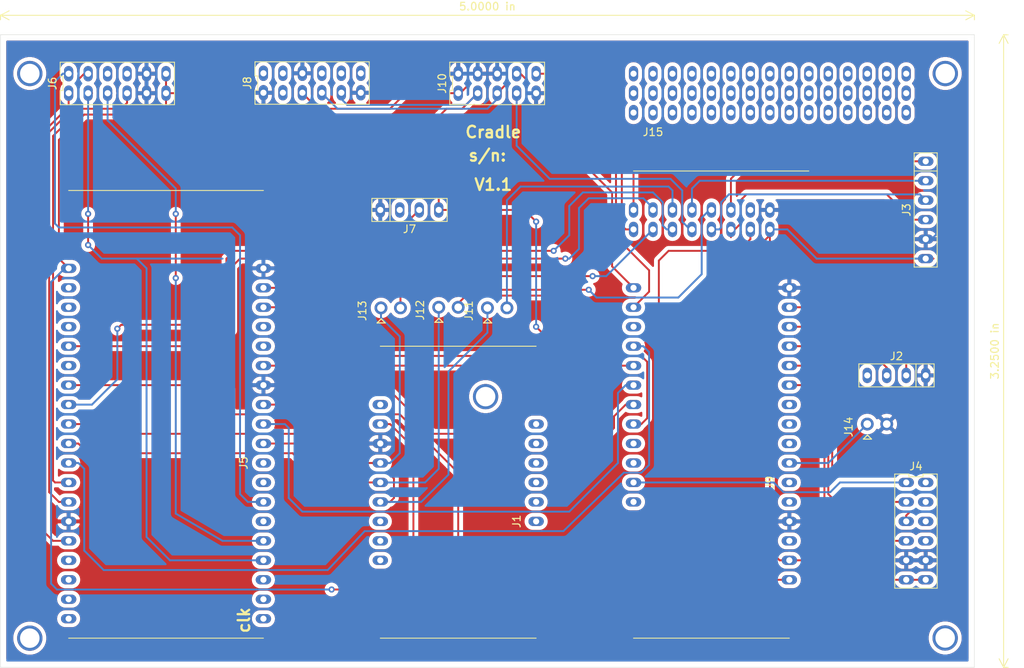
<source format=kicad_pcb>
(kicad_pcb (version 20171130) (host pcbnew "(5.1.5)-3")
  (layers (0 F.Cu signal) (31 B.Cu signal) (34 B.Paste user) (35 F.Paste user) (36 B.SilkS user) (37 F.SilkS user) (38 B.Mask user) (39 F.Mask user) (44 Edge.Cuts user))
  (net 0 "")
  (net 1 "Net-(J1-Pad1)")
  (net 2 "Net-(J1-Pad2)")
  (net 3 "Net-(J1-Pad3)")
  (net 4 "Net-(J1-Pad4)")
  (net 5 "Net-(J1-Pad5)")
  (net 6 "Net-(J1-Pad6)")
  (net 7 "Net-(J1-Pad7)")
  (net 8 /ES3P3V)
  (net 9 GND)
  (net 10 /I2S_WSEL)
  (net 11 /I2S_DIN)
  (net 12 /I2S_CLK)
  (net 13 "Net-(J1-Pad13)")
  (net 14 "Net-(J1-Pad14)")
  (net 15 "Net-(J1-Pad15)")
  (net 16 "Net-(J2-Pad4)")
  (net 17 "Net-(J4-Pad7)")
  (net 18 "Net-(J4-Pad8)")
  (net 19 "Net-(J4-Pad9)")
  (net 20 "Net-(J4-Pad10)")
  (net 21 "Net-(J5-Pad37)")
  (net 22 "Net-(J5-Pad21)")
  (net 23 "Net-(J5-Pad20)")
  (net 24 "Net-(J5-Pad23)")
  (net 25 "Net-(J5-Pad22)")
  (net 26 /uSD_CSn)
  (net 27 "Net-(J5-Pad1)")
  (net 28 /uSD_D2)
  (net 29 "Net-(J5-Pad35)")
  (net 30 /uSD_CLK)
  (net 31 "Net-(J5-Pad36)")
  (net 32 "Net-(J5-Pad2)")
  (net 33 "Net-(J5-Pad3)")
  (net 34 /uSD_MISO)
  (net 35 /uSD_MOSI)
  (net 36 "Net-(J5-Pad6)")
  (net 37 /uSD_D1)
  (net 38 "Net-(J5-Pad8)")
  (net 39 "Net-(J5-Pad9)")
  (net 40 "Net-(J5-Pad15)")
  (net 41 "Net-(J5-Pad16)")
  (net 42 "Net-(J6-Pad9)")
  (net 43 "Net-(J6-Pad10)")
  (net 44 "Net-(J7-Pad2)")
  (net 45 "Net-(J8-Pad7)")
  (net 46 "Net-(J8-Pad8)")
  (net 47 "Net-(J8-Pad10)")
  (net 48 "Net-(J8-Pad11)")
  (net 49 "Net-(J8-Pad12)")
  (net 50 "Net-(J9-Pad43)")
  (net 51 "Net-(J9-Pad34)")
  (net 52 "Net-(J9-Pad27)")
  (net 53 "Net-(J9-Pad33)")
  (net 54 "Net-(J9-Pad36)")
  (net 55 "Net-(J9-Pad7)")
  (net 56 "Net-(J9-Pad8)")
  (net 57 "Net-(J9-Pad9)")
  (net 58 "Net-(J9-Pad11)")
  (net 59 "Net-(J9-Pad12)")
  (net 60 "Net-(J9-Pad14)")
  (net 61 "Net-(J8-Pad2)")
  (net 62 "Net-(J5-Pad33)")
  (net 63 /quickfeather/S3_TX)
  (net 64 /quickfeather/S3_RX)
  (net 65 /quickfeather/eSPI_CSn)
  (net 66 /quickfeather/eSPI_MOSI)
  (net 67 /quickfeather/eSPI_MISO)
  (net 68 /quickfeather/eSPI_CLK)
  (net 69 QF3P3V)
  (net 70 /quickfeather/SPIm_CS2n)
  (net 71 /quickfeather/SPIm_MOSI)
  (net 72 /quickfeather/SPIm_MISO)
  (net 73 /quickfeather/SPIm_CLK)
  (net 74 SPIs_CSn)
  (net 75 H2D_INTR)
  (net 76 H2D_ACK)
  (net 77 SYS_RSTn)
  (net 78 D2H_ACK)
  (net 79 D2H_INTR)
  (net 80 SPIs_MISO)
  (net 81 SPIs_MOSI)
  (net 82 SPIs_CLK)
  (net 83 /quickfeather/PDM_CLK)
  (net 84 /quickfeather/PDM_DATA)
  (net 85 S3_I2S_CLK)
  (net 86 /quickfeather/WOS)
  (net 87 S3_I2S_LR)
  (net 88 S3_I2S_DI)
  (net 89 /quickfeather/I2C_SDA)
  (net 90 /quickfeather/I2C_SCL)
  (net 91 /quickfeather/RC_DEMO)
  (module 1x2_Conn (layer F.Cu) (at 109.22 96.52)
    (fp_text reference J13 (at -2.34 3 90) (layer F.SilkS))
    (fp_text value 1x2_Conn)
    (pad 1 thru_hole circle (at 0.09 2.62 90) (size 1.6764 1.6764) (drill 1) (layers *.Cu *.Mask) (net 10 /I2S_WSEL))
    (pad 2 thru_hole circle (at 2.63 2.62 90) (size 1.6764 1.6764) (drill 1) (layers *.Cu *.Mask) (net 87 S3_I2S_LR))
  )
  (module MPAD (layer F.Cu) (at 63.5 142.264)
    (fp_text reference H1 hide)
    (fp_text value MountingHole)
    (pad 0 thru_hole circle (at 0.014 -0.024 90) (size 3.302 3.302) (drill 2.54) (layers *.Cu *.Mask))
  )
  (module MPAD (layer F.Cu) (at 63.5 68.58)
    (fp_text reference H2 hide)
    (fp_text value MountingHole)
    (pad 0 thru_hole circle (at 0.014 -0.024 90) (size 3.302 3.302) (drill 2.54) (layers *.Cu *.Mask))
  )
  (module MPAD (layer F.Cu) (at 182.88 68.58)
    (fp_text reference H3 hide)
    (fp_text value MountingHole)
    (pad 0 thru_hole circle (at 0.014 -0.024 90) (size 3.302 3.302) (drill 2.54) (layers *.Cu *.Mask))
  )
  (module MPAD (layer F.Cu) (at 182.866 142.24)
    (fp_text reference H4 hide)
    (fp_text value MountingHole)
    (pad 0 thru_hole circle (at 0.014 -0.024 90) (size 3.302 3.302) (drill 2.54) (layers *.Cu *.Mask))
  )
  (module MPAD (layer F.Cu) (at 122.936 110.744)
    (fp_text reference H5 hide)
    (fp_text value MountingHole)
    (pad 0 thru_hole circle (at 0.014 -0.024 90) (size 3.302 3.302) (drill 2.54) (layers *.Cu *.Mask))
  )
  (module uda1334 (layer F.Cu) (at 132.08 121.92 90)
    (fp_text reference J1 (at -5.08 -5.08 90) (layer F.SilkS))
    (fp_text value UDA1334)
    (pad 7 thru_hole oval (at 10.16 -22.86 90) (size 1.2 2) (drill 0.8) (layers *.Cu *.Mask) (net 7 "Net-(J1-Pad7)"))
    (pad 8 thru_hole oval (at 7.62 -22.86 90) (size 1.2 2) (drill 0.8) (layers *.Cu *.Mask) (net 8 /ES3P3V))
    (pad 9 thru_hole oval (at 5.08 -22.86 90) (size 1.2 2) (drill 0.8) (layers *.Cu *.Mask) (net 9 GND))
    (pad 10 thru_hole oval (at 2.54 -22.86 90) (size 1.2 2) (drill 0.8) (layers *.Cu *.Mask) (net 10 /I2S_WSEL))
    (pad 11 thru_hole oval (at 0 -22.86 90) (size 1.2 2) (drill 0.8) (layers *.Cu *.Mask) (net 11 /I2S_DIN))
    (pad 12 thru_hole oval (at -2.54 -22.86 90) (size 1.2 2) (drill 0.8) (layers *.Cu *.Mask) (net 12 /I2S_CLK))
    (pad 13 thru_hole oval (at -5.08 -22.86 90) (size 1.2 2) (drill 0.8) (layers *.Cu *.Mask) (net 13 "Net-(J1-Pad13)"))
    (pad 14 thru_hole oval (at -7.62 -22.86 90) (size 1.2 2) (drill 0.8) (layers *.Cu *.Mask) (net 14 "Net-(J1-Pad14)"))
    (pad 15 thru_hole oval (at -10.16 -22.86 90) (size 1.2 2) (drill 0.8) (layers *.Cu *.Mask) (net 15 "Net-(J1-Pad15)"))
    (pad 6 thru_hole oval (at 7.62 -2.54 90) (size 1.2 2) (drill 0.8) (layers *.Cu *.Mask) (net 6 "Net-(J1-Pad6)"))
    (pad 5 thru_hole oval (at 5.08 -2.54 90) (size 1.2 2) (drill 0.8) (layers *.Cu *.Mask) (net 5 "Net-(J1-Pad5)"))
    (pad 4 thru_hole oval (at 2.54 -2.54 90) (size 1.2 2) (drill 0.8) (layers *.Cu *.Mask) (net 4 "Net-(J1-Pad4)"))
    (pad 3 thru_hole oval (at 0 -2.54 90) (size 1.2 2) (drill 0.8) (layers *.Cu *.Mask) (net 3 "Net-(J1-Pad3)"))
    (pad 2 thru_hole oval (at -2.54 -2.54 90) (size 1.2 2) (drill 0.8) (layers *.Cu *.Mask) (net 2 "Net-(J1-Pad2)"))
    (pad 1 thru_hole oval (at -5.08 -2.54 90) (size 1.2 2) (drill 0.8) (layers *.Cu *.Mask) (net 1 "Net-(J1-Pad1)"))
  )
  (module 1x4_Conn (layer F.Cu) (at 176.53 107.95 180)
    (fp_text reference J2 (at 0 2.5) (layer F.SilkS))
    (fp_text value 1x4_Conn)
    (pad 4 thru_hole oval (at 3.81 0 180) (size 1.2 2) (drill 0.8) (layers *.Cu *.Mask) (net 16 "Net-(J2-Pad4)"))
    (pad 3 thru_hole oval (at 1.27 0 180) (size 1.2 2) (drill 0.8) (layers *.Cu *.Mask) (net 64 /quickfeather/S3_RX))
    (pad 2 thru_hole oval (at -1.27 0 180) (size 1.2 2) (drill 0.8) (layers *.Cu *.Mask) (net 63 /quickfeather/S3_TX))
    (pad 1 thru_hole oval (at -3.81 0 180) (size 1.2 2) (drill 0.8) (layers *.Cu *.Mask) (net 9 GND))
  )
  (module 1x6_Conn (layer F.Cu) (at 180.34 86.36 270)
    (fp_text reference J3 (at 0 2.5 90) (layer F.SilkS))
    (fp_text value 1x6_Conn)
    (pad 6 thru_hole oval (at 6.35 0 270) (size 1.2 2) (drill 0.8) (layers *.Cu *.Mask) (net 69 QF3P3V))
    (pad 5 thru_hole oval (at 3.81 0 270) (size 1.2 2) (drill 0.8) (layers *.Cu *.Mask) (net 9 GND))
    (pad 4 thru_hole oval (at 1.27 0 270) (size 1.2 2) (drill 0.8) (layers *.Cu *.Mask) (net 68 /quickfeather/eSPI_CLK))
    (pad 3 thru_hole oval (at -1.27 0 270) (size 1.2 2) (drill 0.8) (layers *.Cu *.Mask) (net 67 /quickfeather/eSPI_MISO))
    (pad 2 thru_hole oval (at -3.81 0 270) (size 1.2 2) (drill 0.8) (layers *.Cu *.Mask) (net 66 /quickfeather/eSPI_MOSI))
    (pad 1 thru_hole oval (at -6.35 0 270) (size 1.2 2) (drill 0.8) (layers *.Cu *.Mask) (net 65 /quickfeather/eSPI_CSn))
  )
  (module 2x6_Conn (layer F.Cu) (at 179.07 128.27 270)
    (fp_text reference J4 (at -8.45 0) (layer F.SilkS))
    (fp_text value 2x6_Conn)
    (pad 7 thru_hole oval (at -6.35 -1.27 270) (size 1.2 2) (drill 0.8) (layers *.Cu *.Mask) (net 17 "Net-(J4-Pad7)"))
    (pad 1 thru_hole oval (at -6.35 1.27 270) (size 1.2 2) (drill 0.8) (layers *.Cu *.Mask) (net 70 /quickfeather/SPIm_CS2n))
    (pad 8 thru_hole oval (at -3.81 -1.27 270) (size 1.2 2) (drill 0.8) (layers *.Cu *.Mask) (net 18 "Net-(J4-Pad8)"))
    (pad 2 thru_hole oval (at -3.81 1.27 270) (size 1.2 2) (drill 0.8) (layers *.Cu *.Mask) (net 71 /quickfeather/SPIm_MOSI))
    (pad 9 thru_hole oval (at -1.27 -1.27 270) (size 1.2 2) (drill 0.8) (layers *.Cu *.Mask) (net 19 "Net-(J4-Pad9)"))
    (pad 3 thru_hole oval (at -1.27 1.27 270) (size 1.2 2) (drill 0.8) (layers *.Cu *.Mask) (net 72 /quickfeather/SPIm_MISO))
    (pad 10 thru_hole oval (at 1.27 -1.27 270) (size 1.2 2) (drill 0.8) (layers *.Cu *.Mask) (net 20 "Net-(J4-Pad10)"))
    (pad 4 thru_hole oval (at 1.27 1.27 270) (size 1.2 2) (drill 0.8) (layers *.Cu *.Mask) (net 73 /quickfeather/SPIm_CLK))
    (pad 11 thru_hole oval (at 3.81 -1.27 270) (size 1.2 2) (drill 0.8) (layers *.Cu *.Mask) (net 9 GND))
    (pad 5 thru_hole oval (at 3.81 1.27 270) (size 1.2 2) (drill 0.8) (layers *.Cu *.Mask) (net 9 GND))
    (pad 12 thru_hole oval (at 6.35 -1.27 270) (size 1.2 2) (drill 0.8) (layers *.Cu *.Mask) (net 69 QF3P3V))
    (pad 6 thru_hole oval (at 6.35 1.27 270) (size 1.2 2) (drill 0.8) (layers *.Cu *.Mask) (net 69 QF3P3V))
  )
  (module devkitc (layer F.Cu) (at 99.06 114.3 90)
    (fp_text reference J5 (at -5.08 -7.66 90) (layer F.SilkS))
    (fp_text value DEVKITC-VE1)
    (pad 16 thru_hole oval (at 12.7 -5.08 90) (size 1.2 2) (drill 0.8) (layers *.Cu *.Mask) (net 41 "Net-(J5-Pad16)"))
    (pad 15 thru_hole oval (at 10.16 -5.08 90) (size 1.2 2) (drill 0.8) (layers *.Cu *.Mask) (net 40 "Net-(J5-Pad15)"))
    (pad 14 thru_hole oval (at 7.62 -5.08 90) (size 1.2 2) (drill 0.8) (layers *.Cu *.Mask) (net 82 SPIs_CLK))
    (pad 13 thru_hole oval (at 5.08 -5.08 90) (size 1.2 2) (drill 0.8) (layers *.Cu *.Mask) (net 9 GND))
    (pad 12 thru_hole oval (at 2.54 -5.08 90) (size 1.2 2) (drill 0.8) (layers *.Cu *.Mask) (net 81 SPIs_MOSI))
    (pad 11 thru_hole oval (at 0 -5.08 90) (size 1.2 2) (drill 0.8) (layers *.Cu *.Mask) (net 80 SPIs_MISO))
    (pad 10 thru_hole oval (at -2.54 -5.08 90) (size 1.2 2) (drill 0.8) (layers *.Cu *.Mask) (net 12 /I2S_CLK))
    (pad 9 thru_hole oval (at -5.08 -5.08 90) (size 1.2 2) (drill 0.8) (layers *.Cu *.Mask) (net 39 "Net-(J5-Pad9)"))
    (pad 8 thru_hole oval (at -7.62 -5.08 90) (size 1.2 2) (drill 0.8) (layers *.Cu *.Mask) (net 38 "Net-(J5-Pad8)"))
    (pad 7 thru_hole oval (at -10.16 -5.08 90) (size 1.2 2) (drill 0.8) (layers *.Cu *.Mask) (net 37 /uSD_D1))
    (pad 6 thru_hole oval (at -12.7 -5.08 90) (size 1.2 2) (drill 0.8) (layers *.Cu *.Mask) (net 36 "Net-(J5-Pad6)"))
    (pad 5 thru_hole oval (at -15.24 -5.08 90) (size 1.2 2) (drill 0.8) (layers *.Cu *.Mask) (net 34 /uSD_MISO))
    (pad 4 thru_hole oval (at -17.78 -5.08 90) (size 1.2 2) (drill 0.8) (layers *.Cu *.Mask) (net 35 /uSD_MOSI))
    (pad 3 thru_hole oval (at -20.32 -5.08 90) (size 1.2 2) (drill 0.8) (layers *.Cu *.Mask) (net 33 "Net-(J5-Pad3)"))
    (pad 2 thru_hole oval (at -22.86 -5.08 90) (size 1.2 2) (drill 0.8) (layers *.Cu *.Mask) (net 32 "Net-(J5-Pad2)"))
    (pad 18 thru_hole oval (at 17.78 -5.08 90) (size 1.2 2) (drill 0.8) (layers *.Cu *.Mask) (net 79 D2H_INTR))
    (pad 36 thru_hole oval (at 15.24 -30.48 90) (size 1.2 2) (drill 0.8) (layers *.Cu *.Mask) (net 31 "Net-(J5-Pad36)"))
    (pad 33 thru_hole oval (at 7.62 -30.48 90) (size 1.2 2) (drill 0.8) (layers *.Cu *.Mask) (net 62 "Net-(J5-Pad33)"))
    (pad 27 thru_hole oval (at -7.62 -30.48 90) (size 1.2 2) (drill 0.8) (layers *.Cu *.Mask) (net 30 /uSD_CLK))
    (pad 34 thru_hole oval (at 10.16 -30.48 90) (size 1.2 2) (drill 0.8) (layers *.Cu *.Mask) (net 78 D2H_ACK))
    (pad 35 thru_hole oval (at 12.7 -30.48 90) (size 1.2 2) (drill 0.8) (layers *.Cu *.Mask) (net 29 "Net-(J5-Pad35)"))
    (pad 32 thru_hole oval (at 5.08 -30.48 90) (size 1.2 2) (drill 0.8) (layers *.Cu *.Mask) (net 77 SYS_RSTn))
    (pad 26 thru_hole oval (at -10.16 -30.48 90) (size 1.2 2) (drill 0.8) (layers *.Cu *.Mask) (net 28 /uSD_D2))
    (pad 30 thru_hole oval (at 0 -30.48 90) (size 1.2 2) (drill 0.8) (layers *.Cu *.Mask) (net 10 /I2S_WSEL))
    (pad 29 thru_hole oval (at -2.54 -30.48 90) (size 1.2 2) (drill 0.8) (layers *.Cu *.Mask) (net 11 /I2S_DIN))
    (pad 31 thru_hole oval (at 2.54 -30.48 90) (size 1.2 2) (drill 0.8) (layers *.Cu *.Mask) (net 76 H2D_ACK))
    (pad 25 thru_hole oval (at -12.7 -30.48 90) (size 1.2 2) (drill 0.8) (layers *.Cu *.Mask) (net 9 GND))
    (pad 28 thru_hole oval (at -5.08 -30.48 90) (size 1.2 2) (drill 0.8) (layers *.Cu *.Mask) (net 75 H2D_INTR))
    (pad 19 thru_hole oval (at 20.32 -5.08 90) (size 1.2 2) (drill 0.8) (layers *.Cu *.Mask) (net 9 GND))
    (pad 17 thru_hole oval (at 15.24 -5.08 90) (size 1.2 2) (drill 0.8) (layers *.Cu *.Mask) (net 74 SPIs_CSn))
    (pad 1 thru_hole oval (at -25.4 -5.08 90) (size 1.2 2) (drill 0.8) (layers *.Cu *.Mask) (net 27 "Net-(J5-Pad1)"))
    (pad 24 thru_hole oval (at -15.24 -30.48 90) (size 1.2 2) (drill 0.8) (layers *.Cu *.Mask) (net 26 /uSD_CSn))
    (pad 22 thru_hole oval (at -20.32 -30.48 90) (size 1.2 2) (drill 0.8) (layers *.Cu *.Mask) (net 25 "Net-(J5-Pad22)"))
    (pad 23 thru_hole oval (at -17.78 -30.48 90) (size 1.2 2) (drill 0.8) (layers *.Cu *.Mask) (net 24 "Net-(J5-Pad23)"))
    (pad 20 thru_hole oval (at -25.4 -30.48 90) (size 1.2 2) (drill 0.8) (layers *.Cu *.Mask) (net 23 "Net-(J5-Pad20)"))
    (pad 21 thru_hole oval (at -22.86 -30.48 90) (size 1.2 2) (drill 0.8) (layers *.Cu *.Mask) (net 22 "Net-(J5-Pad21)"))
    (pad 38 thru_hole oval (at 20.32 -30.48 90) (size 1.2 2) (drill 0.8) (layers *.Cu *.Mask) (net 8 /ES3P3V))
    (pad 37 thru_hole oval (at 17.78 -30.48 90) (size 1.2 2) (drill 0.8) (layers *.Cu *.Mask) (net 21 "Net-(J5-Pad37)"))
  )
  (module 2x6_Conn (layer F.Cu) (at 74.93 69.85)
    (fp_text reference J6 (at -8.45 0 90) (layer F.SilkS))
    (fp_text value 2x6_Conn)
    (pad 6 thru_hole oval (at 6.35 1.27) (size 1.2 2) (drill 0.8) (layers *.Cu *.Mask) (net 8 /ES3P3V))
    (pad 12 thru_hole oval (at 6.35 -1.27) (size 1.2 2) (drill 0.8) (layers *.Cu *.Mask) (net 8 /ES3P3V))
    (pad 5 thru_hole oval (at 3.81 1.27) (size 1.2 2) (drill 0.8) (layers *.Cu *.Mask) (net 9 GND))
    (pad 11 thru_hole oval (at 3.81 -1.27) (size 1.2 2) (drill 0.8) (layers *.Cu *.Mask) (net 9 GND))
    (pad 4 thru_hole oval (at 1.27 1.27) (size 1.2 2) (drill 0.8) (layers *.Cu *.Mask) (net 30 /uSD_CLK))
    (pad 10 thru_hole oval (at 1.27 -1.27) (size 1.2 2) (drill 0.8) (layers *.Cu *.Mask) (net 43 "Net-(J6-Pad10)"))
    (pad 3 thru_hole oval (at -1.27 1.27) (size 1.2 2) (drill 0.8) (layers *.Cu *.Mask) (net 34 /uSD_MISO))
    (pad 9 thru_hole oval (at -1.27 -1.27) (size 1.2 2) (drill 0.8) (layers *.Cu *.Mask) (net 42 "Net-(J6-Pad9)"))
    (pad 2 thru_hole oval (at -3.81 1.27) (size 1.2 2) (drill 0.8) (layers *.Cu *.Mask) (net 35 /uSD_MOSI))
    (pad 8 thru_hole oval (at -3.81 -1.27) (size 1.2 2) (drill 0.8) (layers *.Cu *.Mask) (net 28 /uSD_D2))
    (pad 1 thru_hole oval (at -6.35 1.27) (size 1.2 2) (drill 0.8) (layers *.Cu *.Mask) (net 26 /uSD_CSn))
    (pad 7 thru_hole oval (at -6.35 -1.27) (size 1.2 2) (drill 0.8) (layers *.Cu *.Mask) (net 37 /uSD_D1))
  )
  (module 1x4_Conn (layer F.Cu) (at 113.03 86.36)
    (fp_text reference J7 (at 0 2.5) (layer F.SilkS))
    (fp_text value 1x4_Conn)
    (pad 1 thru_hole oval (at -3.81 0) (size 1.2 2) (drill 0.8) (layers *.Cu *.Mask) (net 9 GND))
    (pad 2 thru_hole oval (at -1.27 0) (size 1.2 2) (drill 0.8) (layers *.Cu *.Mask) (net 44 "Net-(J7-Pad2)"))
    (pad 3 thru_hole oval (at 1.27 0) (size 1.2 2) (drill 0.8) (layers *.Cu *.Mask) (net 8 /ES3P3V))
    (pad 4 thru_hole oval (at 3.81 0) (size 1.2 2) (drill 0.8) (layers *.Cu *.Mask) (net 69 QF3P3V))
  )
  (module 2x6_Conn (layer F.Cu) (at 100.33 69.794)
    (fp_text reference J8 (at -8.45 0 90) (layer F.SilkS))
    (fp_text value 2x6_Conn)
    (pad 6 thru_hole oval (at 6.35 1.27) (size 1.2 2) (drill 0.8) (layers *.Cu *.Mask) (net 9 GND))
    (pad 12 thru_hole oval (at 6.35 -1.27) (size 1.2 2) (drill 0.8) (layers *.Cu *.Mask) (net 49 "Net-(J8-Pad12)"))
    (pad 5 thru_hole oval (at 3.81 1.27) (size 1.2 2) (drill 0.8) (layers *.Cu *.Mask) (net 69 QF3P3V))
    (pad 11 thru_hole oval (at 3.81 -1.27) (size 1.2 2) (drill 0.8) (layers *.Cu *.Mask) (net 48 "Net-(J8-Pad11)"))
    (pad 4 thru_hole oval (at 1.27 1.27) (size 1.2 2) (drill 0.8) (layers *.Cu *.Mask) (net 84 /quickfeather/PDM_DATA))
    (pad 10 thru_hole oval (at 1.27 -1.27) (size 1.2 2) (drill 0.8) (layers *.Cu *.Mask) (net 47 "Net-(J8-Pad10)"))
    (pad 3 thru_hole oval (at -1.27 1.27) (size 1.2 2) (drill 0.8) (layers *.Cu *.Mask) (net 83 /quickfeather/PDM_CLK))
    (pad 9 thru_hole oval (at -1.27 -1.27) (size 1.2 2) (drill 0.8) (layers *.Cu *.Mask) (net 9 GND))
    (pad 2 thru_hole oval (at -3.81 1.27) (size 1.2 2) (drill 0.8) (layers *.Cu *.Mask) (net 61 "Net-(J8-Pad2)"))
    (pad 8 thru_hole oval (at -3.81 -1.27) (size 1.2 2) (drill 0.8) (layers *.Cu *.Mask) (net 46 "Net-(J8-Pad8)"))
    (pad 1 thru_hole oval (at -6.35 1.27) (size 1.2 2) (drill 0.8) (layers *.Cu *.Mask) (net 9 GND))
    (pad 7 thru_hole oval (at -6.35 -1.27) (size 1.2 2) (drill 0.8) (layers *.Cu *.Mask) (net 45 "Net-(J8-Pad7)"))
  )
  (module quickfeather (layer F.Cu) (at 167.64 116.84 90)
    (fp_text reference J9 (at -5.08 -7.62 90) (layer F.SilkS))
    (fp_text value QuickFeather)
    (pad 16 thru_hole oval (at -17.78 -5.08 90) (size 1.2 2) (drill 0.8) (layers *.Cu *.Mask) (net 77 SYS_RSTn))
    (pad 15 thru_hole oval (at -15.24 -5.08 90) (size 1.2 2) (drill 0.8) (layers *.Cu *.Mask) (net 69 QF3P3V))
    (pad 14 thru_hole oval (at -12.7 -5.08 90) (size 1.2 2) (drill 0.8) (layers *.Cu *.Mask) (net 60 "Net-(J9-Pad14)"))
    (pad 13 thru_hole oval (at -10.16 -5.08 90) (size 1.2 2) (drill 0.8) (layers *.Cu *.Mask) (net 9 GND))
    (pad 12 thru_hole oval (at -7.62 -5.08 90) (size 1.2 2) (drill 0.8) (layers *.Cu *.Mask) (net 59 "Net-(J9-Pad12)"))
    (pad 11 thru_hole oval (at -5.08 -5.08 90) (size 1.2 2) (drill 0.8) (layers *.Cu *.Mask) (net 58 "Net-(J9-Pad11)"))
    (pad 10 thru_hole oval (at -2.54 -5.08 90) (size 1.2 2) (drill 0.8) (layers *.Cu *.Mask) (net 91 /quickfeather/RC_DEMO))
    (pad 9 thru_hole oval (at 0 -5.08 90) (size 1.2 2) (drill 0.8) (layers *.Cu *.Mask) (net 57 "Net-(J9-Pad9)"))
    (pad 8 thru_hole oval (at 2.54 -5.08 90) (size 1.2 2) (drill 0.8) (layers *.Cu *.Mask) (net 56 "Net-(J9-Pad8)"))
    (pad 7 thru_hole oval (at 5.08 -5.08 90) (size 1.2 2) (drill 0.8) (layers *.Cu *.Mask) (net 55 "Net-(J9-Pad7)"))
    (pad 6 thru_hole oval (at 7.62 -5.08 90) (size 1.2 2) (drill 0.8) (layers *.Cu *.Mask) (net 73 /quickfeather/SPIm_CLK))
    (pad 5 thru_hole oval (at 10.16 -5.08 90) (size 1.2 2) (drill 0.8) (layers *.Cu *.Mask) (net 71 /quickfeather/SPIm_MOSI))
    (pad 4 thru_hole oval (at 12.7 -5.08 90) (size 1.2 2) (drill 0.8) (layers *.Cu *.Mask) (net 72 /quickfeather/SPIm_MISO))
    (pad 3 thru_hole oval (at 15.24 -5.08 90) (size 1.2 2) (drill 0.8) (layers *.Cu *.Mask) (net 64 /quickfeather/S3_RX))
    (pad 2 thru_hole oval (at 17.78 -5.08 90) (size 1.2 2) (drill 0.8) (layers *.Cu *.Mask) (net 63 /quickfeather/S3_TX))
    (pad 1 thru_hole oval (at 20.32 -5.08 90) (size 1.2 2) (drill 0.8) (layers *.Cu *.Mask) (net 9 GND))
    (pad 36 thru_hole oval (at -7.62 -25.4 90) (size 1.2 2) (drill 0.8) (layers *.Cu *.Mask) (net 54 "Net-(J9-Pad36)"))
    (pad 33 thru_hole oval (at 0 -25.4 90) (size 1.2 2) (drill 0.8) (layers *.Cu *.Mask) (net 53 "Net-(J9-Pad33)"))
    (pad 27 thru_hole oval (at 15.24 -25.4 90) (size 1.2 2) (drill 0.8) (layers *.Cu *.Mask) (net 52 "Net-(J9-Pad27)"))
    (pad 34 thru_hole oval (at -2.54 -25.4 90) (size 1.2 2) (drill 0.8) (layers *.Cu *.Mask) (net 51 "Net-(J9-Pad34)"))
    (pad 35 thru_hole oval (at -5.08 -25.4 90) (size 1.2 2) (drill 0.8) (layers *.Cu *.Mask) (net 70 /quickfeather/SPIm_CS2n))
    (pad 32 thru_hole oval (at 2.54 -25.4 90) (size 1.2 2) (drill 0.8) (layers *.Cu *.Mask) (net 74 SPIs_CSn))
    (pad 26 thru_hole oval (at 17.78 -25.4 90) (size 1.2 2) (drill 0.8) (layers *.Cu *.Mask) (net 90 /quickfeather/I2C_SCL))
    (pad 30 thru_hole oval (at 7.62 -25.4 90) (size 1.2 2) (drill 0.8) (layers *.Cu *.Mask) (net 80 SPIs_MISO))
    (pad 29 thru_hole oval (at 10.16 -25.4 90) (size 1.2 2) (drill 0.8) (layers *.Cu *.Mask) (net 82 SPIs_CLK))
    (pad 31 thru_hole oval (at 5.08 -25.4 90) (size 1.2 2) (drill 0.8) (layers *.Cu *.Mask) (net 81 SPIs_MOSI))
    (pad 25 thru_hole oval (at 20.32 -25.4 90) (size 1.2 2) (drill 0.8) (layers *.Cu *.Mask) (net 89 /quickfeather/I2C_SDA))
    (pad 28 thru_hole oval (at 12.7 -25.4 90) (size 1.2 2) (drill 0.8) (layers *.Cu *.Mask) (net 75 H2D_INTR))
    (pad 23 thru_hole oval (at 27.94 -10.16 180) (size 1.2 2) (drill 0.8) (layers *.Cu *.Mask) (net 88 S3_I2S_DI))
    (pad 24 thru_hole oval (at 27.94 -7.62 180) (size 1.2 2) (drill 0.8) (layers *.Cu *.Mask) (net 69 QF3P3V))
    (pad 43 thru_hole oval (at 30.48 -10.16 180) (size 1.2 2) (drill 0.8) (layers *.Cu *.Mask) (net 50 "Net-(J9-Pad43)"))
    (pad 44 thru_hole oval (at 30.48 -7.62 180) (size 1.2 2) (drill 0.8) (layers *.Cu *.Mask) (net 9 GND))
    (pad 22 thru_hole oval (at 27.94 -12.7 180) (size 1.2 2) (drill 0.8) (layers *.Cu *.Mask) (net 68 /quickfeather/eSPI_CLK))
    (pad 41 thru_hole oval (at 30.48 -15.24 180) (size 1.2 2) (drill 0.8) (layers *.Cu *.Mask) (net 87 S3_I2S_LR))
    (pad 42 thru_hole oval (at 30.48 -12.7 180) (size 1.2 2) (drill 0.8) (layers *.Cu *.Mask) (net 65 /quickfeather/eSPI_CSn))
    (pad 21 thru_hole oval (at 27.94 -15.24 180) (size 1.2 2) (drill 0.8) (layers *.Cu *.Mask) (net 67 /quickfeather/eSPI_MISO))
    (pad 20 thru_hole oval (at 27.94 -17.78 180) (size 1.2 2) (drill 0.8) (layers *.Cu *.Mask) (net 86 /quickfeather/WOS))
    (pad 39 thru_hole oval (at 30.48 -20.32 180) (size 1.2 2) (drill 0.8) (layers *.Cu *.Mask) (net 85 S3_I2S_CLK))
    (pad 40 thru_hole oval (at 30.48 -17.78 180) (size 1.2 2) (drill 0.8) (layers *.Cu *.Mask) (net 66 /quickfeather/eSPI_MOSI))
    (pad 19 thru_hole oval (at 27.94 -20.32 180) (size 1.2 2) (drill 0.8) (layers *.Cu *.Mask) (net 76 H2D_ACK))
    (pad 18 thru_hole oval (at 27.94 -22.86 180) (size 1.2 2) (drill 0.8) (layers *.Cu *.Mask) (net 79 D2H_INTR))
    (pad 37 thru_hole oval (at 30.48 -25.4 180) (size 1.2 2) (drill 0.8) (layers *.Cu *.Mask) (net 83 /quickfeather/PDM_CLK))
    (pad 38 thru_hole oval (at 30.48 -22.86 180) (size 1.2 2) (drill 0.8) (layers *.Cu *.Mask) (net 78 D2H_ACK))
    (pad 17 thru_hole oval (at 27.94 -25.4 180) (size 1.2 2) (drill 0.8) (layers *.Cu *.Mask) (net 84 /quickfeather/PDM_DATA))
  )
  (module 2x5_Conn (layer F.Cu) (at 124.46 69.85)
    (fp_text reference J10 (at -7.18 0 90) (layer F.SilkS))
    (fp_text value 2x5_Conn)
    (pad 9 thru_hole oval (at 5.08 1.27) (size 1.2 2) (drill 0.8) (layers *.Cu *.Mask) (net 9 GND))
    (pad 10 thru_hole oval (at 5.08 -1.27) (size 1.2 2) (drill 0.8) (layers *.Cu *.Mask) (net 90 /quickfeather/I2C_SCL))
    (pad 7 thru_hole oval (at 2.54 1.27) (size 1.2 2) (drill 0.8) (layers *.Cu *.Mask) (net 86 /quickfeather/WOS))
    (pad 8 thru_hole oval (at 2.54 -1.27) (size 1.2 2) (drill 0.8) (layers *.Cu *.Mask) (net 89 /quickfeather/I2C_SDA))
    (pad 5 thru_hole oval (at 0 1.27) (size 1.2 2) (drill 0.8) (layers *.Cu *.Mask) (net 84 /quickfeather/PDM_DATA))
    (pad 6 thru_hole oval (at 0 -1.27) (size 1.2 2) (drill 0.8) (layers *.Cu *.Mask) (net 9 GND))
    (pad 3 thru_hole oval (at -2.54 1.27) (size 1.2 2) (drill 0.8) (layers *.Cu *.Mask) (net 69 QF3P3V))
    (pad 4 thru_hole oval (at -2.54 -1.27) (size 1.2 2) (drill 0.8) (layers *.Cu *.Mask) (net 9 GND))
    (pad 1 thru_hole oval (at -5.08 1.27) (size 1.2 2) (drill 0.8) (layers *.Cu *.Mask) (net 83 /quickfeather/PDM_CLK))
    (pad 2 thru_hole oval (at -5.08 -1.27) (size 1.2 2) (drill 0.8) (layers *.Cu *.Mask) (net 9 GND))
  )
  (module 1x2_Conn (layer F.Cu) (at 123.1 96.52)
    (fp_text reference J11 (at -2.34 3 90) (layer F.SilkS))
    (fp_text value 1x2_Conn)
    (pad 2 thru_hole circle (at 2.63 2.62 90) (size 1.6764 1.6764) (drill 1) (layers *.Cu *.Mask) (net 85 S3_I2S_CLK))
    (pad 1 thru_hole circle (at 0.09 2.62 90) (size 1.6764 1.6764) (drill 1) (layers *.Cu *.Mask) (net 12 /I2S_CLK))
  )
  (module 1x2_Conn (layer F.Cu) (at 116.75 96.44)
    (fp_text reference J12 (at -2.34 3 90) (layer F.SilkS))
    (fp_text value 1x2_Conn)
    (pad 2 thru_hole circle (at 2.63 2.62 90) (size 1.6764 1.6764) (drill 1) (layers *.Cu *.Mask) (net 88 S3_I2S_DI))
    (pad 1 thru_hole circle (at 0.09 2.62 90) (size 1.6764 1.6764) (drill 1) (layers *.Cu *.Mask) (net 11 /I2S_DIN))
  )
  (module 1x2_Conn (layer F.Cu) (at 172.63 111.68)
    (fp_text reference J14 (at -2.34 3 90) (layer F.SilkS))
    (fp_text value 1x2_Conn)
    (pad 1 thru_hole circle (at 0.09 2.62 90) (size 1.6764 1.6764) (drill 1) (layers *.Cu *.Mask) (net 91 /quickfeather/RC_DEMO))
    (pad 2 thru_hole circle (at 2.63 2.62 90) (size 1.6764 1.6764) (drill 1) (layers *.Cu *.Mask) (net 9 GND))
  )
  (module debug_area (layer F.Cu) (at 157.48 73.66)
    (fp_text reference J15 (at -12.7 2.54) (layer F.SilkS))
    (fp_text value debug_area)
    (pad "" thru_hole oval (at 0 0) (size 1.2 2) (drill 0.8) (layers *.Cu *.Mask))
    (pad "" thru_hole oval (at -15.24 0) (size 1.2 2) (drill 0.8) (layers *.Cu *.Mask))
    (pad "" thru_hole oval (at -10.16 0) (size 1.2 2) (drill 0.8) (layers *.Cu *.Mask))
    (pad "" thru_hole oval (at -5.08 0) (size 1.2 2) (drill 0.8) (layers *.Cu *.Mask))
    (pad "" thru_hole oval (at -7.62 0) (size 1.2 2) (drill 0.8) (layers *.Cu *.Mask))
    (pad "" thru_hole oval (at -12.7 0) (size 1.2 2) (drill 0.8) (layers *.Cu *.Mask))
    (pad "" thru_hole oval (at -2.54 0) (size 1.2 2) (drill 0.8) (layers *.Cu *.Mask))
    (pad "" thru_hole oval (at 2.54 0) (size 1.2 2) (drill 0.8) (layers *.Cu *.Mask))
    (pad "" thru_hole oval (at 10.16 0) (size 1.2 2) (drill 0.8) (layers *.Cu *.Mask))
    (pad "" thru_hole oval (at 5.08 0) (size 1.2 2) (drill 0.8) (layers *.Cu *.Mask))
    (pad "" thru_hole oval (at 7.62 0) (size 1.2 2) (drill 0.8) (layers *.Cu *.Mask))
    (pad "" thru_hole oval (at 12.7 0) (size 1.2 2) (drill 0.8) (layers *.Cu *.Mask))
    (pad "" thru_hole oval (at 15.24 0) (size 1.2 2) (drill 0.8) (layers *.Cu *.Mask))
    (pad "" thru_hole oval (at 17.78 0) (size 1.2 2) (drill 0.8) (layers *.Cu *.Mask))
    (pad "" thru_hole oval (at 20.32 0) (size 1.2 2) (drill 0.8) (layers *.Cu *.Mask))
    (pad "" thru_hole oval (at -12.7 -2.54) (size 1.2 2) (drill 0.8) (layers *.Cu *.Mask))
    (pad "" thru_hole oval (at 12.7 -2.54) (size 1.2 2) (drill 0.8) (layers *.Cu *.Mask))
    (pad "" thru_hole oval (at -7.62 -2.54) (size 1.2 2) (drill 0.8) (layers *.Cu *.Mask))
    (pad "" thru_hole oval (at 15.24 -2.54) (size 1.2 2) (drill 0.8) (layers *.Cu *.Mask))
    (pad "" thru_hole oval (at -5.08 -2.54) (size 1.2 2) (drill 0.8) (layers *.Cu *.Mask))
    (pad "" thru_hole oval (at 17.78 -2.54) (size 1.2 2) (drill 0.8) (layers *.Cu *.Mask))
    (pad "" thru_hole oval (at 2.54 -2.54) (size 1.2 2) (drill 0.8) (layers *.Cu *.Mask))
    (pad "" thru_hole oval (at 10.16 -2.54) (size 1.2 2) (drill 0.8) (layers *.Cu *.Mask))
    (pad "" thru_hole oval (at -10.16 -2.54) (size 1.2 2) (drill 0.8) (layers *.Cu *.Mask))
    (pad "" thru_hole oval (at -15.24 -2.54) (size 1.2 2) (drill 0.8) (layers *.Cu *.Mask))
    (pad "" thru_hole oval (at 7.62 -2.54) (size 1.2 2) (drill 0.8) (layers *.Cu *.Mask))
    (pad "" thru_hole oval (at 20.32 -2.54) (size 1.2 2) (drill 0.8) (layers *.Cu *.Mask))
    (pad "" thru_hole oval (at 5.08 -2.54) (size 1.2 2) (drill 0.8) (layers *.Cu *.Mask))
    (pad "" thru_hole oval (at 0 -2.54) (size 1.2 2) (drill 0.8) (layers *.Cu *.Mask))
    (pad "" thru_hole oval (at -2.54 -2.54) (size 1.2 2) (drill 0.8) (layers *.Cu *.Mask))
    (pad "" thru_hole oval (at -12.7 -5.08) (size 1.2 2) (drill 0.8) (layers *.Cu *.Mask))
    (pad "" thru_hole oval (at 12.7 -5.08) (size 1.2 2) (drill 0.8) (layers *.Cu *.Mask))
    (pad "" thru_hole oval (at -7.62 -5.08) (size 1.2 2) (drill 0.8) (layers *.Cu *.Mask))
    (pad "" thru_hole oval (at 15.24 -5.08) (size 1.2 2) (drill 0.8) (layers *.Cu *.Mask))
    (pad "" thru_hole oval (at -5.08 -5.08) (size 1.2 2) (drill 0.8) (layers *.Cu *.Mask))
    (pad "" thru_hole oval (at 17.78 -5.08) (size 1.2 2) (drill 0.8) (layers *.Cu *.Mask))
    (pad "" thru_hole oval (at 2.54 -5.08) (size 1.2 2) (drill 0.8) (layers *.Cu *.Mask))
    (pad "" thru_hole oval (at 10.16 -5.08) (size 1.2 2) (drill 0.8) (layers *.Cu *.Mask))
    (pad "" thru_hole oval (at -10.16 -5.08) (size 1.2 2) (drill 0.8) (layers *.Cu *.Mask))
    (pad "" thru_hole oval (at -15.24 -5.08) (size 1.2 2) (drill 0.8) (layers *.Cu *.Mask))
    (pad "" thru_hole oval (at 7.62 -5.08) (size 1.2 2) (drill 0.8) (layers *.Cu *.Mask))
    (pad "" thru_hole oval (at 20.32 -5.08) (size 1.2 2) (drill 0.8) (layers *.Cu *.Mask))
    (pad "" thru_hole oval (at 5.08 -5.08) (size 1.2 2) (drill 0.8) (layers *.Cu *.Mask))
    (pad "" thru_hole oval (at 0 -5.08) (size 1.2 2) (drill 0.8) (layers *.Cu *.Mask))
    (pad "" thru_hole oval (at -2.54 -5.08) (size 1.2 2) (drill 0.8) (layers *.Cu *.Mask))
  )
  (module Ql_logo (layer F.Cu) (at 103.378 77.724)
    (fp_text reference N1 hide)
    (fp_text value ql_logo hide)
    (fp_poly (pts (xy -4.033404 -0.187431) (xy -4.03316 -0.187259) (xy -4.03052 -0.174338) (xy -4.040209 -0.160898) (xy -4.057064 -0.15335) (xy -4.060667 -0.153111) (xy -4.080035 -0.151046) (xy -4.114781 -0.145264) (xy -4.161977 -0.136386) (xy -4.218693 -0.125034) (xy -4.281999 -0.111829) (xy -4.348968 -0.09739) (xy -4.416668 -0.082341) (xy -4.482171 -0.0673) (xy -4.542548 -0.052891) (xy -4.592243 -0.040415) (xy -4.734228 -0.000987) (xy -4.864422 0.040458) (xy -4.981833 0.08346) (xy -5.085468 0.127559) (xy -5.174336 0.172297) (xy -5.247444 0.217213) (xy -5.3038 0.261849) (xy -5.342412 0.305745) (xy -5.343554 0.30745) (xy -5.365542 0.353252) (xy -5.373802 0.400572) (xy -5.367675 0.44408) (xy -5.362077 0.45729) (xy -5.346625 0.478886) (xy -5.331039 0.482992) (xy -5.330455 0.48283) (xy -5.20966 0.449493) (xy -5.072708 0.415931) (xy -4.922242 0.382668) (xy -4.760906 0.350232) (xy -4.591343 0.319146) (xy -4.416196 0.289937) (xy -4.238107 0.26313) (xy -4.195 0.257081) (xy -4.136984 0.249136) (xy -4.095007 0.243732) (xy -4.066479 0.240759) (xy -4.048811 0.240111) (xy -4.039414 0.241678) (xy -4.035699 0.245352) (xy -4.035074 0.250387) (xy -4.040957 0.256291) (xy -4.05951 0.263624) (xy -4.092085 0.272748) (xy -4.140035 0.284029) (xy -4.204711 0.29783) (xy -4.232629 0.303542) (xy -4.373733 0.33305) (xy -4.498969 0.361237) (xy -4.611168 0.388843) (xy -4.713165 0.416611) (xy -4.80779 0.445281) (xy -4.897878 0.475596) (xy -4.91937 0.483282) (xy -4.970102 0.50248) (xy -5.02224 0.523678) (xy -5.072577 0.54541) (xy -5.117907 0.566208) (xy -5.155025 0.584605) (xy -5.180724 0.599134) (xy -5.191539 0.607844) (xy -5.18644 0.616188) (xy -5.166609 0.629928) (xy -5.134874 0.647707) (xy -5.094066 0.668166) (xy -5.047012 0.689948) (xy -4.996542 0.711695) (xy -4.945484 0.732049) (xy -4.896668 0.749652) (xy -4.894745 0.750299) (xy -4.804269 0.780635) (xy -4.607819 0.74669) (xy -4.528023 0.732972) (xy -4.462023 0.72183) (xy -4.405096 0.712526) (xy -4.352518 0.704322) (xy -4.299565 0.69648) (xy -4.241514 0.688263) (xy -4.176783 0.679361) (xy -4.120912 0.67202) (xy -4.081052 0.667627) (xy -4.054638 0.666151) (xy -4.039105 0.667561) (xy -4.031886 0.671825) (xy -4.03037 0.677576) (xy -4.038478 0.684041) (xy -4.063183 0.692546) (xy -4.105056 0.703245) (xy -4.164669 0.716289) (xy -4.206759 0.724823) (xy -4.283674 0.740444) (xy -4.358218 0.756252) (xy -4.42807 0.771696) (xy -4.490908 0.786227) (xy -4.544413 0.799295) (xy -4.586261 0.810351) (xy -4.614133 0.818844) (xy -4.625486 0.823972) (xy -4.6196 0.828717) (xy -4.597224 0.836617) (xy -4.560323 0.847178) (xy -4.510865 0.859911) (xy -4.450818 0.874324) (xy -4.382147 0.889925) (xy -4.306821 0.906223) (xy -4.244236 0.9192) (xy -4.040961 0.957988) (xy -3.821082 0.995134) (xy -3.586759 1.030362) (xy -3.340153 1.063396) (xy -3.083424 1.09396) (xy -2.818734 1.121778) (xy -2.548243 1.146573) (xy -2.327629 1.164159) (xy -2.259926 1.169035) (xy -2.183892 1.174236) (xy -2.102082 1.179612) (xy -2.017051 1.185013) (xy -1.931356 1.190287) (xy -1.847551 1.195284) (xy -1.768192 1.199852) (xy -1.695834 1.203841) (xy -1.633032 1.207101) (xy -1.582343 1.209479) (xy -1.54632 1.210827) (xy -1.532703 1.211077) (xy -1.482285 1.21253) (xy -1.448674 1.216908) (xy -1.430035 1.224628) (xy -1.424518 1.235579) (xy -1.43249 1.245718) (xy -1.445685 1.248265) (xy -1.467873 1.247681) (xy -1.50617 1.246409) (xy -1.557886 1.244556) (xy -1.620334 1.242227) (xy -1.690823 1.239527) (xy -1.766664 1.236561) (xy -1.845169 1.233435) (xy -1.923648 1.230255) (xy -1.999411 1.227125) (xy -2.069771 1.224152) (xy -2.132037 1.221441) (xy -2.148888 1.220688) (xy -2.38258 1.208959) (xy -2.619845 1.194739) (xy -2.858119 1.178262) (xy -3.094838 1.159758) (xy -3.327439 1.139461) (xy -3.553358 1.117603) (xy -3.770029 1.094417) (xy -3.97489 1.070134) (xy -4.165376 1.044988) (xy -4.293777 1.026235) (xy -4.379982 1.013018) (xy -4.450831 1.002042) (xy -4.509576 0.992769) (xy -4.559468 0.984659) (xy -4.60376 0.977173) (xy -4.645703 0.96977) (xy -4.688549 0.961912) (xy -4.73555 0.953058) (xy -4.740629 0.952093) (xy -4.8055 0.939794) (xy -4.85488 0.930804) (xy -4.891769 0.924962) (xy -4.919171 0.92211) (xy -4.940086 0.922088) (xy -4.957515 0.924738) (xy -4.97446 0.929901) (xy -4.993923 0.937418) (xy -4.996711 0.938526) (xy -5.036209 0.955103) (xy -5.077881 0.974054) (xy -5.118169 0.993572) (xy -5.153512 1.011851) (xy -5.180351 1.027083) (xy -5.195124 1.037464) (xy -5.196888 1.04011) (xy -5.188916 1.047025) (xy -5.167331 1.059807) (xy -5.135631 1.076499) (xy -5.105166 1.091433) (xy -4.988936 1.141548) (xy -4.854551 1.190039) (xy -4.702611 1.236811) (xy -4.533715 1.281769) (xy -4.348461 1.324818) (xy -4.147447 1.365862) (xy -3.931272 1.404807) (xy -3.700535 1.441556) (xy -3.455835 1.476016) (xy -3.197771 1.508091) (xy -2.92694 1.537685) (xy -2.643942 1.564703) (xy -2.349375 1.58905) (xy -2.043837 1.610631) (xy -1.727929 1.629351) (xy -1.720851 1.62973) (xy -1.650622 1.633623) (xy -1.586175 1.637449) (xy -1.529999 1.64104) (xy -1.484582 1.644229) (xy -1.452414 1.646847) (xy -1.435984 1.648726) (xy -1.434704 1.649032) (xy -1.426954 1.656939) (xy -1.430738 1.663094) (xy -1.441515 1.664477) (xy -1.468816 1.665154) (xy -1.510364 1.665188) (xy -1.563884 1.664644) (xy -1.627101 1.663584) (xy -1.697738 1.662072) (xy -1.77352 1.660172) (xy -1.85217 1.657948) (xy -1.931415 1.655463) (xy -2.008977 1.65278) (xy -2.082581 1.649963) (xy -2.149952 1.647076) (xy -2.208813 1.644182) (xy -2.256889 1.641345) (xy -2.285296 1.639225) (xy -2.313043 1.637146) (xy -2.355349 1.634362) (xy -2.407981 1.631132) (xy -2.466707 1.627717) (xy -2.520481 1.624743) (xy -2.792854 1.608268) (xy -3.062724 1.588406) (xy -3.328655 1.565355) (xy -3.589206 1.539314) (xy -3.84294 1.510481) (xy -4.088417 1.479055) (xy -4.3242 1.445235) (xy -4.54885 1.409218) (xy -4.760928 1.371204) (xy -4.958995 1.331391) (xy -5.141613 1.289977) (xy -5.307343 1.247162) (xy -5.355899 1.233394) (xy -5.369858 1.230479) (xy -5.375453 1.235559) (xy -5.374913 1.252923) (xy -5.373167 1.266607) (xy -5.364188 1.300316) (xy -5.348438 1.33504) (xy -5.34342 1.343271) (xy -5.302929 1.390344) (xy -5.244271 1.43717) (xy -5.168093 1.483565) (xy -5.075045 1.529346) (xy -4.965774 1.574327) (xy -4.840927 1.618324) (xy -4.701153 1.661153) (xy -4.547099 1.70263) (xy -4.379413 1.74257) (xy -4.198744 1.780789) (xy -4.005739 1.817102) (xy -3.801045 1.851325) (xy -3.585311 1.883274) (xy -3.359185 1.912765) (xy -3.329518 1.916353) (xy -3.27414 1.923016) (xy -3.222989 1.929212) (xy -3.179978 1.934465) (xy -3.149015 1.938297) (xy -3.136648 1.939873) (xy -3.075854 1.947259) (xy -3.000018 1.955447) (xy -2.91122 1.964278) (xy -2.81154 1.973594) (xy -2.703058 1.983237) (xy -2.587855 1.99305) (xy -2.46801 2.002875) (xy -2.345604 2.012552) (xy -2.222717 2.021926) (xy -2.101429 2.030836) (xy -1.983821 2.039126) (xy -1.871971 2.046638) (xy -1.767962 2.053213) (xy -1.673872 2.058693) (xy -1.591782 2.062921) (xy -1.523772 2.065739) (xy -1.471923 2.066988) (xy -1.462259 2.067037) (xy -1.436052 2.069353) (xy -1.425222 2.077038) (xy -1.424518 2.081148) (xy -1.430268 2.086334) (xy -1.448071 2.090213) (xy -1.478755 2.092784) (xy -1.52315 2.094045) (xy -1.582083 2.093994) (xy -1.656385 2.09263) (xy -1.746884 2.089951) (xy -1.854409 2.085955) (xy -1.979789 2.080641) (xy -1.993666 2.080023) (xy -2.32143 2.063726) (xy -2.639391 2.044651) (xy -2.946873 2.022885) (xy -3.2432 1.998519) (xy -3.527699 1.97164) (xy -3.799692 1.942339) (xy -4.058506 1.910705) (xy -4.303464 1.876826) (xy -4.533891 1.840792) (xy -4.749111 1.802692) (xy -4.94845 1.762616) (xy -5.131232 1.720651) (xy -5.296781 1.676888) (xy -5.444423 1.631416) (xy -5.477404 1.620158) (xy -5.557332 1.591492) (xy -5.622919 1.565933) (xy -5.678003 1.541728) (xy -5.726418 1.517121) (xy -5.772001 1.490359) (xy -5.798196 1.473461) (xy -5.861426 1.425254) (xy -5.905927 1.376956) (xy -5.931678 1.328611) (xy -5.93866 1.280258) (xy -5.92685 1.23194) (xy -5.922689 1.223173) (xy -5.901063 1.19138) (xy -5.868742 1.155993) (xy -5.831477 1.122552) (xy -5.795022 1.096599) (xy -5.786122 1.091625) (xy -5.770081 1.080362) (xy -5.76667 1.071389) (xy -5.767308 1.070684) (xy -5.778741 1.061904) (xy -5.800604 1.04583) (xy -5.825946 1.027533) (xy -5.873173 0.987652) (xy -5.909354 0.944665) (xy -5.931637 0.902243) (xy -5.936084 0.88591) (xy -5.93527 0.840712) (xy -5.930661 0.828559) (xy -5.375629 0.828559) (xy -5.372947 0.851024) (xy -5.366366 0.876424) (xy -5.358082 0.898098) (xy -5.350292 0.909383) (xy -5.348839 0.909809) (xy -5.337622 0.907399) (xy -5.312683 0.901039) (xy -5.278411 0.891865) (xy -5.259093 0.886563) (xy -5.21218 0.873084) (xy -5.182869 0.863388) (xy -5.170404 0.85714) (xy -5.174028 0.854007) (xy -5.184255 0.853482) (xy -5.201549 0.850866) (xy -5.231331 0.843899) (xy -5.268149 0.833897) (xy -5.281555 0.829963) (xy -5.323544 0.817503) (xy -5.350709 0.810306) (xy -5.366278 0.808324) (xy -5.373475 0.81151) (xy -5.375527 0.819815) (xy -5.375629 0.828559) (xy -5.930661 0.828559) (xy -5.917351 0.793467) (xy -5.883593 0.746189) (xy -5.83526 0.700891) (xy -5.806755 0.680106) (xy -5.76254 0.65033) (xy -5.823566 0.605162) (xy -5.879696 0.556663) (xy -5.917142 0.508209) (xy -5.936035 0.459886) (xy -5.936504 0.411781) (xy -5.91868 0.363981) (xy -5.882694 0.316574) (xy -5.828677 0.269646) (xy -5.756758 0.223286) (xy -5.667068 0.177579) (xy -5.559738 0.132613) (xy -5.434898 0.088475) (xy -5.292679 0.045253) (xy -5.133212 0.003033) (xy -4.956626 -0.038098) (xy -4.815888 -0.067605) (xy -4.757142 -0.078966) (xy -4.689973 -0.091221) (xy -4.616613 -0.104028) (xy -4.539293 -0.117046) (xy -4.460246 -0.129934) (xy -4.381701 -0.142351) (xy -4.30589 -0.153956) (xy -4.235045 -0.164408) (xy -4.171397 -0.173366) (xy -4.117178 -0.180488) (xy -4.074619 -0.185434) (xy -4.04595 -0.187862) (xy -4.033404 -0.187431)) (layer F.Cu) (width 0.01))
    (fp_poly (pts (xy -0.882301 -0.371577) (xy -0.866827 -0.366076) (xy -0.827803 -0.341679) (xy -0.804407 -0.307461) (xy -0.797322 -0.28146) (xy -0.799573 -0.243759) (xy -0.817052 -0.21128) (xy -0.846503 -0.185736) (xy -0.884669 -0.168842) (xy -0.928293 -0.162312) (xy -0.974119 -0.167858) (xy -0.997626 -0.176036) (xy -1.02319 -0.191739) (xy -1.042311 -0.210687) (xy -1.054153 -0.2408) (xy -1.056899 -0.278248) (xy -1.050551 -0.313898) (xy -1.042289 -0.330752) (xy -1.013592 -0.35661) (xy -0.973677 -0.372775) (xy -0.928071 -0.378135) (xy -0.882301 -0.371577)) (layer F.Cu) (width 0.01))
    (fp_poly (pts (xy -2.083037 0.17469) (xy -2.082956 0.255345) (xy -2.082638 0.319262) (xy -2.081967 0.368516) (xy -2.080827 0.405185) (xy -2.079103 0.431345) (xy -2.076678 0.449071) (xy -2.073438 0.46044) (xy -2.069266 0.467528) (xy -2.066574 0.470317) (xy -2.051845 0.480854) (xy -2.032242 0.489168) (xy -2.005712 0.495455) (xy -1.970204 0.499912) (xy -1.923664 0.502736) (xy -1.864042 0.504123) (xy -1.789283 0.504271) (xy -1.718892 0.503649) (xy -1.644189 0.502682) (xy -1.585935 0.501655) (xy -1.541768 0.50037) (xy -1.509324 0.498629) (xy -1.486237 0.496235) (xy -1.470145 0.492991) (xy -1.458684 0.488698) (xy -1.449489 0.48316) (xy -1.446351 0.480878) (xy -1.419814 0.461053) (xy -1.417325 0.17749) (xy -1.414835 -0.106074) (xy -1.19874 -0.106074) (xy -1.198947 0.202019) (xy -1.199085 0.287437) (xy -1.199446 0.356177) (xy -1.200136 0.410378) (xy -1.201265 0.452176) (xy -1.202939 0.483709) (xy -1.205267 0.507113) (xy -1.208356 0.524527) (xy -1.212315 0.538086) (xy -1.216423 0.54813) (xy -1.244057 0.592395) (xy -1.283566 0.627915) (xy -1.336529 0.655538) (xy -1.404522 0.676111) (xy -1.478695 0.689146) (xy -1.52997 0.694202) (xy -1.59493 0.697947) (xy -1.668774 0.700351) (xy -1.746701 0.701381) (xy -1.823911 0.701009) (xy -1.895604 0.699201) (xy -1.956981 0.695929) (xy -1.993666 0.692456) (xy -2.082583 0.67595) (xy -2.157274 0.650359) (xy -2.216918 0.616123) (xy -2.260693 0.573679) (xy -2.281663 0.538858) (xy -2.286493 0.52678) (xy -2.290343 0.512686) (xy -2.293326 0.494417) (xy -2.295552 0.469813) (xy -2.297133 0.436716) (xy -2.298178 0.392967) (xy -2.298799 0.336405) (xy -2.299107 0.264872) (xy -2.2992 0.197315) (xy -2.299407 -0.106074) (xy -2.083037 -0.106074) (xy -2.083037 0.17469)) (layer F.Cu) (width 0.01))
    (fp_poly (pts (xy 0.438149 0.082074) (xy 0.035982 0.082299) (xy -0.050642 0.082542) (xy -0.132579 0.083146) (xy -0.207663 0.084066) (xy -0.273726 0.085261) (xy -0.328602 0.086686) (xy -0.370123 0.088299) (xy -0.396122 0.090057) (xy -0.402786 0.091014) (xy -0.425499 0.096856) (xy -0.442383 0.104116) (xy -0.454302 0.115426) (xy -0.462121 0.133417) (xy -0.466703 0.160724) (xy -0.468912 0.199977) (xy -0.469612 0.25381) (xy -0.469666 0.294835) (xy -0.469554 0.357453) (xy -0.468582 0.403987) (xy -0.4658 0.437167) (xy -0.460256 0.459722) (xy -0.450999 0.474384) (xy -0.437076 0.483882) (xy -0.417536 0.490947) (xy -0.399545 0.496035) (xy -0.382278 0.498203) (xy -0.347941 0.500154) (xy -0.298278 0.501851) (xy -0.235033 0.503255) (xy -0.15995 0.504331) (xy -0.074772 0.50504) (xy 0.018755 0.505346) (xy 0.035982 0.505355) (xy 0.438149 0.505407) (xy 0.438149 0.702963) (xy 0.054797 0.701553) (xy -0.029407 0.701163) (xy -0.108597 0.700642) (xy -0.180602 0.700016) (xy -0.243251 0.69931) (xy -0.294372 0.698551) (xy -0.331794 0.697763) (xy -0.353346 0.696972) (xy -0.356777 0.696695) (xy -0.440104 0.684304) (xy -0.50719 0.668887) (xy -0.560521 0.649246) (xy -0.602582 0.624182) (xy -0.635858 0.592499) (xy -0.662836 0.552996) (xy -0.665732 0.547741) (xy -0.67233 0.534476) (xy -0.677324 0.520568) (xy -0.680935 0.503289) (xy -0.683386 0.479909) (xy -0.684899 0.447701) (xy -0.685696 0.403935) (xy -0.685999 0.345883) (xy -0.686037 0.298444) (xy -0.685952 0.229652) (xy -0.685537 0.176868) (xy -0.684552 0.137288) (xy -0.682754 0.108107) (xy -0.679904 0.086518) (xy -0.675761 0.069718) (xy -0.670083 0.0549) (xy -0.664025 0.042081) (xy -0.633092 -0.005039) (xy -0.590503 -0.04211) (xy -0.533408 -0.071421) (xy -0.513458 -0.078892) (xy -0.498524 -0.083973) (xy -0.484111 -0.088217) (xy -0.46841 -0.091713) (xy -0.449613 -0.09455) (xy -0.42591 -0.09682) (xy -0.395493 -0.098612) (xy -0.356554 -0.100016) (xy -0.307283 -0.101122) (xy -0.245873 -0.102019) (xy -0.170514 -0.102798) (xy -0.079399 -0.103548) (xy -0.006351 -0.104096) (xy 0.438149 -0.107384) (xy 0.438149 0.082074)) (layer F.Cu) (width 0.01))
    (fp_poly (pts (xy -2.981444 -0.309999) (xy -2.880249 -0.307494) (xy -2.795774 -0.303747) (xy -2.72594 -0.298317) (xy -2.668669 -0.290764) (xy -2.621883 -0.280648) (xy -2.583503 -0.267527) (xy -2.551451 -0.250962) (xy -2.523649 -0.230513) (xy -2.500169 -0.208028) (xy -2.484411 -0.190747) (xy -2.471703 -0.174195) (xy -2.461716 -0.156191) (xy -2.454124 -0.134553) (xy -2.448599 -0.107098) (xy -2.444813 -0.071645) (xy -2.442439 -0.026011) (xy -2.441151 0.031985) (xy -2.440619 0.104526) (xy -2.440518 0.189561) (xy -2.440518 0.482898) (xy -2.465307 0.532644) (xy -2.489575 0.571072) (xy -2.518825 0.602671) (xy -2.526534 0.608784) (xy -2.56297 0.635179) (xy -2.360686 0.825259) (xy -2.515843 0.825069) (xy -2.671 0.824878) (xy -2.741555 0.759627) (xy -2.812111 0.694375) (xy -3.052 0.693899) (xy -3.166712 0.692591) (xy -3.26449 0.688908) (xy -3.347106 0.682475) (xy -3.416334 0.672916) (xy -3.473948 0.659855) (xy -3.521721 0.642918) (xy -3.561426 0.621728) (xy -3.594837 0.59591) (xy -3.615743 0.574527) (xy -3.63118 0.556105) (xy -3.643621 0.538087) (xy -3.653364 0.518288) (xy -3.660703 0.494524) (xy -3.665935 0.464613) (xy -3.669357 0.426369) (xy -3.671265 0.377608) (xy -3.671956 0.316148) (xy -3.671725 0.239803) (xy -3.671275 0.188828) (xy -3.447111 0.188828) (xy -3.446856 0.270087) (xy -3.446042 0.334172) (xy -3.444595 0.382718) (xy -3.442441 0.417361) (xy -3.439507 0.439733) (xy -3.435719 0.451471) (xy -3.435227 0.452211) (xy -3.425255 0.463616) (xy -3.41243 0.47285) (xy -3.394845 0.480116) (xy -3.370589 0.485618) (xy -3.337753 0.489558) (xy -3.294429 0.492141) (xy -3.238705 0.49357) (xy -3.168674 0.494048) (xy -3.082426 0.493778) (xy -3.047296 0.493539) (xy -2.963416 0.492846) (xy -2.896177 0.492061) (xy -2.843408 0.491049) (xy -2.802934 0.489675) (xy -2.772584 0.487804) (xy -2.750185 0.485301) (xy -2.733563 0.48203) (xy -2.720546 0.477857) (xy -2.70896 0.472647) (xy -2.708629 0.472482) (xy -2.671 0.453667) (xy -2.668498 0.198115) (xy -2.665996 -0.057436) (xy -2.690046 -0.076354) (xy -2.706762 -0.087213) (xy -2.727773 -0.095942) (xy -2.75513 -0.102753) (xy -2.79088 -0.107858) (xy -2.83707 -0.111471) (xy -2.895749 -0.113804) (xy -2.968965 -0.115069) (xy -3.058766 -0.115479) (xy -3.067112 -0.115481) (xy -3.156011 -0.115175) (xy -3.22816 -0.114106) (xy -3.285616 -0.112053) (xy -3.330437 -0.108795) (xy -3.364678 -0.104108) (xy -3.390397 -0.097771) (xy -3.409652 -0.089562) (xy -3.424499 -0.079258) (xy -3.427508 -0.076567) (xy -3.433426 -0.070338) (xy -3.438016 -0.062498) (xy -3.441446 -0.050768) (xy -3.443885 -0.032866) (xy -3.445501 -0.006512) (xy -3.446463 0.030575) (xy -3.446939 0.080677) (xy -3.447098 0.146073) (xy -3.447111 0.188828) (xy -3.671275 0.188828) (xy -3.671079 0.166741) (xy -3.670208 0.085473) (xy -3.669308 0.020769) (xy -3.668212 -0.029622) (xy -3.666756 -0.067949) (xy -3.664773 -0.096464) (xy -3.6621 -0.117417) (xy -3.65857 -0.133059) (xy -3.654019 -0.14564) (xy -3.64828 -0.157409) (xy -3.647105 -0.159622) (xy -3.623651 -0.195114) (xy -3.593316 -0.225232) (xy -3.554753 -0.250278) (xy -3.506615 -0.270557) (xy -3.447557 -0.286374) (xy -3.376231 -0.298032) (xy -3.29129 -0.305836) (xy -3.191388 -0.310089) (xy -3.075178 -0.311097) (xy -2.981444 -0.309999)) (layer F.Cu) (width 0.01))
    (fp_poly (pts (xy 4.472357 -0.10369) (xy 4.477071 -0.103579) (xy 4.557407 -0.101123) (xy 4.622289 -0.09769) (xy 4.675074 -0.092772) (xy 4.719116 -0.08586) (xy 4.75777 -0.076447) (xy 4.794393 -0.064025) (xy 4.826593 -0.050648) (xy 4.878232 -0.020033) (xy 4.923902 0.021484) (xy 4.95661 0.067072) (xy 4.962194 0.078091) (xy 4.966664 0.089455) (xy 4.97014 0.103277) (xy 4.972744 0.121672) (xy 4.974597 0.146756) (xy 4.975821 0.180643) (xy 4.976536 0.225448) (xy 4.976863 0.283285) (xy 4.976924 0.356269) (xy 4.976869 0.420741) (xy 4.976542 0.517482) (xy 4.975621 0.597618) (xy 4.973845 0.663354) (xy 4.970948 0.716898) (xy 4.966667 0.760455) (xy 4.960739 0.796231) (xy 4.9529 0.826434) (xy 4.942887 0.853269) (xy 4.930435 0.878943) (xy 4.919871 0.897848) (xy 4.897905 0.930604) (xy 4.872571 0.956899) (xy 4.841589 0.977481) (xy 4.802679 0.993097) (xy 4.753565 1.004495) (xy 4.691965 1.012422) (xy 4.615602 1.017626) (xy 4.546834 1.020203) (xy 4.361037 1.025536) (xy 4.361037 0.846283) (xy 4.513908 0.842302) (xy 4.584949 0.839692) (xy 4.639565 0.835308) (xy 4.680132 0.828065) (xy 4.709028 0.816877) (xy 4.728629 0.800657) (xy 4.741312 0.77832) (xy 4.749454 0.74878) (xy 4.752174 0.733451) (xy 4.758205 0.695731) (xy 4.467899 0.691137) (xy 4.380112 0.689557) (xy 4.308934 0.687797) (xy 4.252158 0.685727) (xy 4.207578 0.683218) (xy 4.17299 0.680142) (xy 4.146185 0.676369) (xy 4.124959 0.67177) (xy 4.121737 0.670895) (xy 4.047193 0.646116) (xy 3.989621 0.618077) (xy 3.948661 0.58724) (xy 3.928153 0.56667) (xy 3.912682 0.547564) (xy 3.901474 0.526837) (xy 3.893754 0.501405) (xy 3.888749 0.468181) (xy 3.885684 0.424081) (xy 3.883784 0.366018) (xy 3.882922 0.325272) (xy 3.88253 0.294376) (xy 4.09763 0.294376) (xy 4.097797 0.351484) (xy 4.09852 0.392798) (xy 4.100138 0.421336) (xy 4.102987 0.440117) (xy 4.107402 0.452159) (xy 4.113722 0.460482) (xy 4.116439 0.463069) (xy 4.131407 0.474309) (xy 4.150255 0.483368) (xy 4.17502 0.490474) (xy 4.207739 0.495855) (xy 4.250452 0.499738) (xy 4.305195 0.502349) (xy 4.374007 0.503916) (xy 4.458925 0.504666) (xy 4.490389 0.504772) (xy 4.756149 0.505407) (xy 4.756149 0.323115) (xy 4.756141 0.258296) (xy 4.755572 0.20961) (xy 4.753628 0.174373) (xy 4.749491 0.149904) (xy 4.742345 0.133522) (xy 4.731374 0.122546) (xy 4.715761 0.114293) (xy 4.694691 0.106082) (xy 4.689485 0.104107) (xy 4.664914 0.098419) (xy 4.625077 0.093444) (xy 4.573514 0.08927) (xy 4.513763 0.085986) (xy 4.449364 0.083683) (xy 4.383854 0.082448) (xy 4.320774 0.08237) (xy 4.263662 0.083538) (xy 4.216057 0.086042) (xy 4.181498 0.08997) (xy 4.175313 0.091185) (xy 4.148733 0.097935) (xy 4.129024 0.106405) (xy 4.11516 0.119276) (xy 4.106117 0.139227) (xy 4.100869 0.168941) (xy 4.098393 0.211097) (xy 4.097663 0.268376) (xy 4.09763 0.294376) (xy 3.88253 0.294376) (xy 3.881915 0.245925) (xy 3.882653 0.182672) (xy 3.885655 0.132831) (xy 3.891439 0.093721) (xy 3.900524 0.062663) (xy 3.913426 0.036974) (xy 3.930664 0.013973) (xy 3.946275 -0.002652) (xy 3.980168 -0.031683) (xy 4.019401 -0.055312) (xy 4.065856 -0.073897) (xy 4.121415 -0.087796) (xy 4.187962 -0.097367) (xy 4.267379 -0.102967) (xy 4.36155 -0.104956) (xy 4.472357 -0.10369)) (layer F.Cu) (width 0.01))
    (fp_poly (pts (xy 1.698741 0.431595) (xy 1.724918 0.457772) (xy 1.738506 0.469259) (xy 1.755388 0.478782) (xy 1.777321 0.486517) (xy 1.806063 0.492641) (xy 1.84337 0.49733) (xy 1.891001 0.500759) (xy 1.950712 0.503104) (xy 2.024261 0.504543) (xy 2.113405 0.50525) (xy 2.200456 0.505407) (xy 2.526593 0.505407) (xy 2.526593 0.702963) (xy 2.213797 0.701954) (xy 2.104711 0.701111) (xy 2.007599 0.699357) (xy 1.924083 0.696745) (xy 1.855783 0.693329) (xy 1.804319 0.689162) (xy 1.795717 0.688186) (xy 1.709309 0.673412) (xy 1.638785 0.651606) (xy 1.582292 0.622013) (xy 1.537978 0.583878) (xy 1.536994 0.582791) (xy 1.522128 0.565582) (xy 1.509758 0.548725) (xy 1.499654 0.530376) (xy 1.491588 0.508689) (xy 1.485332 0.481818) (xy 1.480655 0.447919) (xy 1.477331 0.405145) (xy 1.475129 0.351652) (xy 1.473822 0.285593) (xy 1.47318 0.205125) (xy 1.472974 0.108401) (xy 1.472963 0.066256) (xy 1.472963 -0.313037) (xy 1.698741 -0.313037) (xy 1.698741 0.431595)) (layer F.Cu) (width 0.01))
    (fp_poly (pts (xy -0.831851 0.693556) (xy -1.038814 0.693556) (xy -1.038814 -0.087259) (xy -0.831851 -0.087259) (xy -0.831851 0.693556)) (layer F.Cu) (width 0.01))
    (fp_poly (pts (xy 3.31107 -0.104705) (xy 3.374408 -0.102885) (xy 3.428359 -0.100145) (xy 3.468896 -0.096485) (xy 3.472617 -0.095991) (xy 3.554327 -0.078153) (xy 3.621516 -0.049553) (xy 3.673742 -0.010496) (xy 3.710559 0.038714) (xy 3.726954 0.079129) (xy 3.732613 0.10924) (xy 3.736672 0.152586) (xy 3.73919 0.205542) (xy 3.740223 0.264482) (xy 3.739828 0.325783) (xy 3.738065 0.385818) (xy 3.734989 0.440961) (xy 3.730658 0.487589) (xy 3.725131 0.522075) (xy 3.719661 0.538905) (xy 3.68094 0.59023) (xy 3.62626 0.632899) (xy 3.556734 0.66617) (xy 3.505742 0.681987) (xy 3.481708 0.685804) (xy 3.442403 0.689389) (xy 3.391369 0.692641) (xy 3.332149 0.695456) (xy 3.268285 0.697732) (xy 3.203322 0.699367) (xy 3.140801 0.700258) (xy 3.084266 0.700301) (xy 3.037258 0.699395) (xy 3.003322 0.697437) (xy 2.996963 0.696728) (xy 2.900348 0.678497) (xy 2.819675 0.651132) (xy 2.755133 0.614733) (xy 2.706914 0.5694) (xy 2.682275 0.531017) (xy 2.673847 0.513316) (xy 2.667667 0.49685) (xy 2.663385 0.478371) (xy 2.660656 0.454634) (xy 2.65913 0.422394) (xy 2.65846 0.378405) (xy 2.658299 0.319421) (xy 2.658297 0.307188) (xy 2.658355 0.299495) (xy 2.874667 0.299495) (xy 2.875083 0.359444) (xy 2.877161 0.403561) (xy 2.882148 0.434822) (xy 2.891293 0.456207) (xy 2.905841 0.470692) (xy 2.92704 0.481256) (xy 2.95463 0.490419) (xy 2.974835 0.495308) (xy 3.000526 0.498903) (xy 3.03432 0.501325) (xy 3.078831 0.502698) (xy 3.136677 0.503143) (xy 3.210472 0.502783) (xy 3.218037 0.502715) (xy 3.28789 0.501967) (xy 3.341632 0.501026) (xy 3.381966 0.499651) (xy 3.411595 0.497601) (xy 3.433223 0.494635) (xy 3.449554 0.490512) (xy 3.46329 0.484989) (xy 3.473229 0.479938) (xy 3.497816 0.464317) (xy 3.514652 0.44908) (xy 3.517914 0.443891) (xy 3.519981 0.429429) (xy 3.521728 0.399897) (xy 3.523015 0.359038) (xy 3.523702 0.310597) (xy 3.523778 0.28784) (xy 3.523627 0.233323) (xy 3.522889 0.19436) (xy 3.521134 0.167691) (xy 3.517932 0.150055) (xy 3.512855 0.138192) (xy 3.505473 0.128841) (xy 3.502434 0.125727) (xy 3.482665 0.110971) (xy 3.455143 0.099643) (xy 3.417886 0.091489) (xy 3.368909 0.086252) (xy 3.306231 0.083679) (xy 3.227867 0.083515) (xy 3.179972 0.084303) (xy 3.110163 0.086118) (xy 3.05626 0.088394) (xy 3.015353 0.091386) (xy 2.984535 0.095354) (xy 2.960896 0.100555) (xy 2.947462 0.104919) (xy 2.921348 0.115576) (xy 2.902352 0.127247) (xy 2.889347 0.142948) (xy 2.881204 0.165692) (xy 2.876795 0.198495) (xy 2.874993 0.244372) (xy 2.874667 0.299495) (xy 2.658355 0.299495) (xy 2.658855 0.233626) (xy 2.660861 0.17592) (xy 2.664809 0.131135) (xy 2.671194 0.096337) (xy 2.680509 0.06859) (xy 2.69325 0.044961) (xy 2.705308 0.028229) (xy 2.750382 -0.015127) (xy 2.810715 -0.051361) (xy 2.883681 -0.079185) (xy 2.959334 -0.096191) (xy 2.99446 -0.099931) (xy 3.044352 -0.102741) (xy 3.104985 -0.104621) (xy 3.172333 -0.105574) (xy 3.24237 -0.105601) (xy 3.31107 -0.104705)) (layer F.Cu) (width 0.01))
    (fp_poly (pts (xy 0.786223 0.171231) (xy 0.939197 0.018467) (xy 1.092171 -0.134296) (xy 1.354845 -0.134296) (xy 1.148151 0.067893) (xy 0.941458 0.270082) (xy 1.157745 0.486523) (xy 1.374032 0.702963) (xy 1.092171 0.702963) (xy 0.939197 0.5502) (xy 0.786223 0.397436) (xy 0.786223 0.702963) (xy 0.569852 0.702963) (xy 0.569852 -0.313037) (xy 0.786223 -0.313037) (xy 0.786223 0.171231)) (layer F.Cu) (width 0.01))
    (fp_poly (pts (xy 6.609408 0.082074) (xy 6.204351 0.082074) (xy 6.08406 0.082348) (xy 5.982237 0.083168) (xy 5.898946 0.084534) (xy 5.834253 0.086443) (xy 5.788223 0.088894) (xy 5.760919 0.091886) (xy 5.757197 0.092674) (xy 5.732567 0.099981) (xy 5.714524 0.109526) (xy 5.702054 0.124101) (xy 5.694143 0.146496) (xy 5.689775 0.179501) (xy 5.687938 0.225906) (xy 5.68761 0.284075) (xy 5.68803 0.335425) (xy 5.689098 0.381472) (xy 5.690671 0.418275) (xy 5.692607 0.441891) (xy 5.69351 0.446988) (xy 5.705448 0.466096) (xy 5.726694 0.483501) (xy 5.728659 0.484618) (xy 5.737337 0.488492) (xy 5.749139 0.491754) (xy 5.765775 0.494481) (xy 5.78895 0.496751) (xy 5.820374 0.498643) (xy 5.861754 0.500236) (xy 5.914798 0.501608) (xy 5.981214 0.502836) (xy 6.062709 0.504001) (xy 6.160992 0.505179) (xy 6.181371 0.505407) (xy 6.604704 0.510111) (xy 6.604704 0.698259) (xy 6.219 0.699253) (xy 6.134541 0.699385) (xy 6.055095 0.699346) (xy 5.982827 0.699148) (xy 5.9199 0.698805) (xy 5.868478 0.69833) (xy 5.830723 0.697736) (xy 5.808799 0.697036) (xy 5.805074 0.696746) (xy 5.725429 0.68499) (xy 5.661813 0.67104) (xy 5.611484 0.653907) (xy 5.571695 0.632607) (xy 5.539702 0.606153) (xy 5.532891 0.598942) (xy 5.516825 0.579837) (xy 5.504324 0.560625) (xy 5.49499 0.538746) (xy 5.488425 0.511645) (xy 5.48423 0.476764) (xy 5.482008 0.431546) (xy 5.48136 0.373432) (xy 5.481889 0.299867) (xy 5.48223 0.273473) (xy 5.485223 0.055649) (xy 5.514573 0.014769) (xy 5.552237 -0.023797) (xy 5.603975 -0.056781) (xy 5.665335 -0.08188) (xy 5.729815 -0.096514) (xy 5.753313 -0.098483) (xy 5.793275 -0.100315) (xy 5.84735 -0.101966) (xy 5.913188 -0.103387) (xy 5.988437 -0.104533) (xy 6.070747 -0.105357) (xy 6.157768 -0.105813) (xy 6.202537 -0.105888) (xy 6.609408 -0.106074) (xy 6.609408 0.082074)) (layer F.Cu) (width 0.01))
    (fp_poly (pts (xy 5.228871 -0.085215) (xy 5.334704 -0.082556) (xy 5.33716 0.3055) (xy 5.339617 0.693556) (xy 5.123037 0.693556) (xy 5.123037 -0.087875) (xy 5.228871 -0.085215)) (layer F.Cu) (width 0.01))
    (fp_poly (pts (xy 5.291065 -0.367818) (xy 5.324089 -0.348315) (xy 5.349181 -0.322018) (xy 5.364369 -0.291127) (xy 5.367683 -0.257843) (xy 5.357149 -0.224367) (xy 5.330798 -0.192899) (xy 5.322729 -0.186498) (xy 5.293101 -0.173137) (xy 5.253224 -0.165879) (xy 5.210828 -0.165276) (xy 5.17364 -0.17188) (xy 5.164923 -0.175226) (xy 5.130417 -0.20051) (xy 5.109632 -0.237296) (xy 5.104223 -0.272983) (xy 5.110952 -0.313154) (xy 5.132397 -0.343351) (xy 5.164115 -0.363551) (xy 5.209107 -0.377636) (xy 5.252081 -0.378325) (xy 5.291065 -0.367818)) (layer F.Cu) (width 0.01))
  )
  (gr_text V1.1 (at 123.952 83.058) (layer F.SilkS) (effects (font (size 1.5 1.5) (thickness 0.3))))
  (gr_text clk (at 91.44 141.732 90) (layer F.SilkS) (effects (font (size 1.5 1.5) (thickness 0.3)) (justify left)))
  (gr_text s/n: (at 123.19 79.248) (layer F.SilkS) (effects (font (size 1.5 1.5) (thickness 0.3))))
  (gr_text Cradle (at 123.952 76.2) (layer F.SilkS) (effects (font (size 1.5 1.5) (thickness 0.3))))
  (dimension 82.55 (width 0.12) (layer F.SilkS) (gr_text "82.550 mm" (at 191.77 104.775 90) (layer F.SilkS) (effects (font (size 1 1) (thickness 0.15)))) (feature1 (pts (xy 190.5 63.5) (xy 191.086421 63.5))) (feature2 (pts (xy 190.5 146.05) (xy 191.086421 146.05))) (crossbar (pts (xy 190.5 146.05) (xy 190.5 63.5))) (arrow1a (pts (xy 190.5 63.5) (xy 191.086421 64.626504))) (arrow1b (pts (xy 190.5 63.5) (xy 189.913579 64.626504))) (arrow2a (pts (xy 190.5 146.05) (xy 191.086421 144.923496))) (arrow2b (pts (xy 190.5 146.05) (xy 189.913579 144.923496))))
  (dimension 127 (width 0.12) (layer F.SilkS) (gr_text "127.000 mm" (at 123.19 62.23) (layer F.SilkS) (effects (font (size 1 1) (thickness 0.15)))) (feature1 (pts (xy 186.69 60.96) (xy 186.69 61.546421))) (feature2 (pts (xy 59.69 60.96) (xy 59.69 61.546421))) (crossbar (pts (xy 59.69 60.96) (xy 186.69 60.96))) (arrow1a (pts (xy 186.69 60.96) (xy 185.563496 61.546421))) (arrow1b (pts (xy 186.69 60.96) (xy 185.563496 60.373579))) (arrow2a (pts (xy 59.69 60.96) (xy 60.816504 61.546421))) (arrow2b (pts (xy 59.69 60.96) (xy 60.816504 60.373579))))
  (gr_line (start 186.69 146.05) (end 59.69 146.05) (layer Edge.Cuts) (width 0.05))
  (gr_line (start 186.69 63.5) (end 186.69 146.05) (layer Edge.Cuts) (width 0.05))
  (gr_line (start 59.69 63.5) (end 186.69 63.5) (layer Edge.Cuts) (width 0.05))
  (gr_line (start 59.69 146.05) (end 59.69 63.5) (layer Edge.Cuts) (width 0.05))
  (segment (start 81.28 71.12) (end 81.28 72.898) (width 0.25) (layer F.Cu) (net 8))
  (segment (start 81.28 72.898) (end 80.264 73.914) (width 0.25) (layer F.Cu) (net 8))
  (segment (start 80.264 73.914) (end 70.612 73.914) (width 0.25) (layer F.Cu) (net 8))
  (segment (start 70.612 73.914) (end 67.31 77.216) (width 0.25) (layer F.Cu) (net 8))
  (segment (start 67.31 92.71) (end 68.58 93.98) (width 0.25) (layer F.Cu) (net 8))
  (segment (start 67.31 77.216) (end 67.31 92.71) (width 0.25) (layer F.Cu) (net 8))
  (segment (start 81.28 71.12) (end 83.82 71.12) (width 0.25) (layer F.Cu) (net 8))
  (segment (start 83.82 71.12) (end 101.346 88.646) (width 0.25) (layer F.Cu) (net 8))
  (segment (start 112.014 88.646) (end 114.3 86.36) (width 0.25) (layer F.Cu) (net 8))
  (segment (start 101.346 88.646) (end 101.346 88.646) (width 0.25) (layer F.Cu) (net 8))
  (segment (start 68.072 93.98) (end 66.294 95.758) (width 0.25) (layer B.Cu) (net 8))
  (segment (start 66.294 95.758) (end 66.294 135.128) (width 0.25) (layer B.Cu) (net 8))
  (segment (start 68.58 93.98) (end 68.072 93.98) (width 0.25) (layer B.Cu) (net 8))
  (segment (start 66.294 135.128) (end 67.056 135.89) (width 0.25) (layer B.Cu) (net 8))
  (segment (start 67.056 135.89) (end 102.87 135.89) (width 0.25) (layer B.Cu) (net 8))
  (segment (start 109.22 114.3) (end 110.49 114.3) (width 0.25) (layer F.Cu) (net 8))
  (segment (start 110.49 114.3) (end 113.538 117.348) (width 0.25) (layer F.Cu) (net 8))
  (segment (start 113.538 117.348) (end 113.538 133.096) (width 0.25) (layer F.Cu) (net 8))
  (segment (start 113.538 133.096) (end 110.744 135.89) (width 0.25) (layer F.Cu) (net 8))
  (segment (start 110.744 135.89) (end 102.87 135.89) (width 0.25) (layer F.Cu) (net 8))
  (segment (start 102.87 135.89) (end 102.87 135.89) (width 0.25) (layer F.Cu) (net 8))
  (via (at 102.87 135.89) (size 0.8) (drill 0.4) (layers F.Cu B.Cu) (net 8))
  (segment (start 81.28 68.58) (end 81.28 71.12) (width 0.25) (layer F.Cu) (net 8))
  (segment (start 101.346 88.646) (end 112.014 88.646) (width 0.25) (layer F.Cu) (net 8))
  (segment (start 109.22 86.36) (end 109.22 85.598) (width 0.25) (layer F.Cu) (net 9))
  (segment (start 99.06 68.58) (end 98.552 68.58) (width 0.25) (layer F.Cu) (net 9))
  (segment (start 93.98 71.12) (end 93.98 72.136) (width 0.25) (layer B.Cu) (net 9))
  (segment (start 99.06 68.58) (end 99.06 68.326) (width 0.25) (layer F.Cu) (net 9))
  (segment (start 180.34 90.17) (end 181.102 90.17) (width 0.25) (layer B.Cu) (net 9))
  (segment (start 181.102 90.17) (end 182.626 88.646) (width 0.25) (layer B.Cu) (net 9))
  (segment (start 182.626 88.646) (end 182.626 78.994) (width 0.25) (layer B.Cu) (net 9))
  (segment (start 182.626 78.994) (end 181.61 77.978) (width 0.25) (layer B.Cu) (net 9))
  (segment (start 124.46 68.58) (end 124.46 68.072) (width 0.25) (layer B.Cu) (net 9))
  (segment (start 162.56 127) (end 163.576 127) (width 0.25) (layer F.Cu) (net 9))
  (segment (start 93.98 109.22) (end 92.964 109.22) (width 0.25) (layer B.Cu) (net 9))
  (segment (start 108.712 119.38) (end 109.22 119.38) (width 0.25) (layer F.Cu) (net 10))
  (segment (start 109.31 99.14) (end 109.31 100.42) (width 0.25) (layer B.Cu) (net 10))
  (segment (start 109.31 100.42) (end 111.76 102.87) (width 0.25) (layer B.Cu) (net 10))
  (segment (start 109.22 119.38) (end 110.236 119.38) (width 0.25) (layer B.Cu) (net 10))
  (segment (start 110.236 119.38) (end 110.49 119.38) (width 0.25) (layer B.Cu) (net 10))
  (segment (start 110.49 119.38) (end 111.76 118.11) (width 0.25) (layer B.Cu) (net 10))
  (segment (start 111.76 118.11) (end 111.76 102.87) (width 0.25) (layer B.Cu) (net 10))
  (segment (start 109.22 119.38) (end 108.204 119.38) (width 0.25) (layer F.Cu) (net 10))
  (segment (start 72.644 115.57) (end 101.854 115.57) (width 0.25) (layer F.Cu) (net 10))
  (segment (start 68.58 114.3) (end 71.374 114.3) (width 0.25) (layer F.Cu) (net 10))
  (segment (start 71.374 114.3) (end 72.644 115.57) (width 0.25) (layer F.Cu) (net 10))
  (segment (start 105.664 119.38) (end 101.854 115.57) (width 0.25) (layer F.Cu) (net 10))
  (segment (start 109.22 119.38) (end 105.664 119.38) (width 0.25) (layer F.Cu) (net 10))
  (segment (start 109.22 121.92) (end 109.22 121.666) (width 0.25) (layer F.Cu) (net 11))
  (segment (start 97.79 118.11) (end 71.12 118.11) (width 0.25) (layer F.Cu) (net 11))
  (segment (start 69.85 116.84) (end 68.58 116.84) (width 0.25) (layer F.Cu) (net 11))
  (segment (start 71.12 118.11) (end 69.85 116.84) (width 0.25) (layer F.Cu) (net 11))
  (segment (start 101.6 121.92) (end 97.79 118.11) (width 0.25) (layer F.Cu) (net 11))
  (segment (start 109.22 121.92) (end 101.6 121.92) (width 0.25) (layer F.Cu) (net 11))
  (segment (start 109.22 121.92) (end 115.062 121.92) (width 0.25) (layer B.Cu) (net 11))
  (segment (start 116.84 120.142) (end 116.84 99.06) (width 0.25) (layer B.Cu) (net 11))
  (segment (start 115.062 121.92) (end 116.84 120.142) (width 0.25) (layer B.Cu) (net 11))
  (segment (start 96.52 116.84) (end 93.98 116.84) (width 0.25) (layer F.Cu) (net 12))
  (segment (start 99.568 116.84) (end 96.52 116.84) (width 0.25) (layer F.Cu) (net 12))
  (segment (start 103.378 120.65) (end 99.568 116.84) (width 0.25) (layer F.Cu) (net 12))
  (segment (start 109.22 124.46) (end 110.49 124.46) (width 0.25) (layer F.Cu) (net 12))
  (segment (start 110.49 124.46) (end 110.998 123.952) (width 0.25) (layer F.Cu) (net 12))
  (segment (start 110.998 123.952) (end 110.998 121.412) (width 0.25) (layer F.Cu) (net 12))
  (segment (start 110.998 121.412) (end 110.236 120.65) (width 0.25) (layer F.Cu) (net 12))
  (segment (start 110.236 120.65) (end 103.378 120.65) (width 0.25) (layer F.Cu) (net 12))
  (segment (start 109.22 124.46) (end 114.554 124.46) (width 0.25) (layer B.Cu) (net 12))
  (segment (start 114.554 124.46) (end 118.11 120.904) (width 0.25) (layer B.Cu) (net 12))
  (segment (start 118.11 120.904) (end 118.11 107.442) (width 0.25) (layer B.Cu) (net 12))
  (segment (start 123.19 102.362) (end 123.19 99.14) (width 0.25) (layer B.Cu) (net 12))
  (segment (start 118.11 107.442) (end 123.19 102.362) (width 0.25) (layer B.Cu) (net 12))
  (segment (start 108.458 127) (end 109.22 127) (width 0.25) (layer B.Cu) (net 13))
  (segment (start 68.58 72.898) (end 68.58 71.12) (width 0.25) (layer F.Cu) (net 26))
  (segment (start 65.532 128.524) (end 65.532 75.946) (width 0.25) (layer F.Cu) (net 26))
  (segment (start 68.58 129.54) (end 66.548 129.54) (width 0.25) (layer F.Cu) (net 26))
  (segment (start 65.532 75.946) (end 68.58 72.898) (width 0.25) (layer F.Cu) (net 26))
  (segment (start 66.548 129.54) (end 65.532 128.524) (width 0.25) (layer F.Cu) (net 26))
  (segment (start 71.12 68.58) (end 70.612 68.58) (width 0.25) (layer F.Cu) (net 28))
  (segment (start 70.612 68.58) (end 69.85 69.342) (width 0.25) (layer F.Cu) (net 28))
  (segment (start 67.31 124.46) (end 68.58 124.46) (width 0.25) (layer F.Cu) (net 28))
  (segment (start 66.04 76.2) (end 66.04 123.19) (width 0.25) (layer F.Cu) (net 28))
  (segment (start 69.85 72.39) (end 66.04 76.2) (width 0.25) (layer F.Cu) (net 28))
  (segment (start 67.31 124.46) (end 66.04 123.19) (width 0.25) (layer F.Cu) (net 28))
  (segment (start 69.85 69.342) (end 69.85 72.39) (width 0.25) (layer F.Cu) (net 28))
  (segment (start 76.2 72.39) (end 76.2 71.12) (width 0.25) (layer F.Cu) (net 30))
  (segment (start 75.438 73.152) (end 76.2 72.39) (width 0.25) (layer F.Cu) (net 30))
  (segment (start 66.802 121.92) (end 66.548 121.666) (width 0.25) (layer F.Cu) (net 30))
  (segment (start 68.58 121.92) (end 66.802 121.92) (width 0.25) (layer F.Cu) (net 30))
  (segment (start 66.548 76.708) (end 70.104 73.152) (width 0.25) (layer F.Cu) (net 30))
  (segment (start 66.548 121.666) (end 66.548 76.708) (width 0.25) (layer F.Cu) (net 30))
  (segment (start 70.104 73.152) (end 75.438 73.152) (width 0.25) (layer F.Cu) (net 30))
  (via (at 82.55 86.868) (size 0.8) (drill 0.4) (layers F.Cu B.Cu) (net 34))
  (segment (start 73.66 71.12) (end 74.168 71.12) (width 0.25) (layer F.Cu) (net 34))
  (segment (start 73.66 71.12) (end 74.168 71.12) (width 0.25) (layer B.Cu) (net 34))
  (segment (start 82.55 95.25) (end 82.55 95.25) (width 0.25) (layer B.Cu) (net 34))
  (via (at 82.55 95.25) (size 0.8) (drill 0.4) (layers F.Cu B.Cu) (net 34))
  (segment (start 82.55 95.25) (end 82.55 86.868) (width 0.25) (layer F.Cu) (net 34))
  (segment (start 73.66 71.12) (end 73.66 74.676) (width 0.25) (layer B.Cu) (net 34))
  (segment (start 82.55 83.566) (end 82.55 86.868) (width 0.25) (layer B.Cu) (net 34))
  (segment (start 73.66 74.676) (end 82.55 83.566) (width 0.25) (layer B.Cu) (net 34))
  (segment (start 93.98 129.54) (end 88.646 129.54) (width 0.25) (layer B.Cu) (net 34))
  (segment (start 82.55 125.984) (end 82.55 95.25) (width 0.25) (layer B.Cu) (net 34))
  (segment (start 88.646 129.54) (end 82.55 125.984) (width 0.25) (layer B.Cu) (net 34))
  (via (at 71.12 86.868) (size 0.8) (drill 0.4) (layers F.Cu B.Cu) (net 35))
  (segment (start 71.12 71.12) (end 71.628 71.12) (width 0.25) (layer F.Cu) (net 35))
  (segment (start 71.12 90.932) (end 71.12 90.932) (width 0.25) (layer B.Cu) (net 35))
  (via (at 71.12 90.932) (size 0.8) (drill 0.4) (layers F.Cu B.Cu) (net 35))
  (segment (start 71.12 87.122) (end 71.374 86.868) (width 0.25) (layer F.Cu) (net 35))
  (segment (start 71.12 90.932) (end 71.12 87.122) (width 0.25) (layer F.Cu) (net 35))
  (segment (start 71.12 86.868) (end 71.12 71.12) (width 0.25) (layer B.Cu) (net 35))
  (segment (start 72.898 92.71) (end 71.12 90.932) (width 0.25) (layer B.Cu) (net 35))
  (segment (start 88.646 92.71) (end 72.898 92.71) (width 0.25) (layer B.Cu) (net 35))
  (segment (start 78.74 129.032) (end 81.788 132.08) (width 0.25) (layer B.Cu) (net 35))
  (segment (start 77.47 92.71) (end 78.74 93.98) (width 0.25) (layer B.Cu) (net 35))
  (segment (start 81.788 132.08) (end 93.98 132.08) (width 0.25) (layer B.Cu) (net 35))
  (segment (start 78.74 93.98) (end 78.74 129.032) (width 0.25) (layer B.Cu) (net 35))
  (segment (start 68.58 68.58) (end 69.088 68.58) (width 0.25) (layer B.Cu) (net 37))
  (segment (start 90.932 123.444) (end 90.932 89.662) (width 0.25) (layer B.Cu) (net 37))
  (segment (start 66.802 69.596) (end 67.818 68.58) (width 0.25) (layer B.Cu) (net 37))
  (segment (start 66.802 88.138) (end 66.802 69.596) (width 0.25) (layer B.Cu) (net 37))
  (segment (start 89.916 88.646) (end 67.31 88.646) (width 0.25) (layer B.Cu) (net 37))
  (segment (start 67.818 68.58) (end 68.58 68.58) (width 0.25) (layer B.Cu) (net 37))
  (segment (start 67.31 88.646) (end 66.802 88.138) (width 0.25) (layer B.Cu) (net 37))
  (segment (start 89.916 88.646) (end 90.932 89.662) (width 0.25) (layer B.Cu) (net 37))
  (segment (start 91.948 124.46) (end 90.932 123.444) (width 0.25) (layer B.Cu) (net 37))
  (segment (start 93.98 124.46) (end 91.948 124.46) (width 0.25) (layer B.Cu) (net 37))
  (segment (start 166.116 99.06) (end 165.1 99.06) (width 0.25) (layer F.Cu) (net 63))
  (segment (start 166.878 99.822) (end 166.116 99.06) (width 0.25) (layer F.Cu) (net 63))
  (segment (start 177.8 105.918) (end 177.292 105.41) (width 0.25) (layer F.Cu) (net 63))
  (segment (start 177.8 107.95) (end 177.8 105.918) (width 0.25) (layer F.Cu) (net 63))
  (segment (start 177.292 105.41) (end 171.196 105.41) (width 0.25) (layer F.Cu) (net 63))
  (segment (start 171.196 105.41) (end 166.878 101.092) (width 0.25) (layer F.Cu) (net 63))
  (segment (start 166.878 101.092) (end 166.878 99.822) (width 0.25) (layer F.Cu) (net 63))
  (segment (start 165.1 99.06) (end 162.56 99.06) (width 0.25) (layer F.Cu) (net 63))
  (segment (start 174.244 105.918) (end 175.26 106.934) (width 0.25) (layer F.Cu) (net 64))
  (segment (start 165.1 101.6) (end 166.37 101.6) (width 0.25) (layer F.Cu) (net 64))
  (segment (start 175.26 106.934) (end 175.26 107.95) (width 0.25) (layer F.Cu) (net 64))
  (segment (start 170.688 105.918) (end 174.244 105.918) (width 0.25) (layer F.Cu) (net 64))
  (segment (start 166.37 101.6) (end 170.688 105.918) (width 0.25) (layer F.Cu) (net 64))
  (segment (start 165.1 101.6) (end 162.56 101.6) (width 0.25) (layer F.Cu) (net 64))
  (segment (start 157.226 80.01) (end 180.34 80.01) (width 0.25) (layer F.Cu) (net 65))
  (segment (start 154.94 86.36) (end 154.94 82.296) (width 0.25) (layer F.Cu) (net 65))
  (segment (start 154.94 82.296) (end 157.226 80.01) (width 0.25) (layer F.Cu) (net 65))
  (segment (start 150.876 82.55) (end 180.34 82.55) (width 0.25) (layer B.Cu) (net 66))
  (segment (start 149.86 86.36) (end 149.86 83.566) (width 0.25) (layer B.Cu) (net 66))
  (segment (start 149.86 83.566) (end 150.876 82.55) (width 0.25) (layer B.Cu) (net 66))
  (segment (start 179.578 84.328) (end 180.34 85.09) (width 0.25) (layer B.Cu) (net 67))
  (segment (start 153.416 88.9) (end 153.67 88.646) (width 0.25) (layer B.Cu) (net 67))
  (segment (start 152.4 88.9) (end 153.416 88.9) (width 0.25) (layer B.Cu) (net 67))
  (segment (start 154.686 84.328) (end 179.578 84.328) (width 0.25) (layer B.Cu) (net 67))
  (segment (start 153.67 88.646) (end 153.67 85.344) (width 0.25) (layer B.Cu) (net 67))
  (segment (start 153.67 85.344) (end 154.686 84.328) (width 0.25) (layer B.Cu) (net 67))
  (segment (start 180.34 87.63) (end 178.562 87.63) (width 0.25) (layer F.Cu) (net 68))
  (segment (start 154.94 89.916) (end 154.94 88.9) (width 0.25) (layer F.Cu) (net 68))
  (segment (start 154.94 88.9) (end 155.448 88.9) (width 0.25) (layer F.Cu) (net 68))
  (segment (start 155.448 88.9) (end 156.21 88.138) (width 0.25) (layer F.Cu) (net 68))
  (segment (start 156.21 88.138) (end 156.21 85.09) (width 0.25) (layer F.Cu) (net 68))
  (segment (start 156.21 85.09) (end 156.972 84.328) (width 0.25) (layer F.Cu) (net 68))
  (segment (start 175.26 84.328) (end 178.562 87.63) (width 0.25) (layer F.Cu) (net 68))
  (segment (start 156.972 84.328) (end 175.26 84.328) (width 0.25) (layer F.Cu) (net 68))
  (segment (start 177.8 134.62) (end 180.34 134.62) (width 0.25) (layer F.Cu) (net 69))
  (segment (start 169.672 134.62) (end 177.8 134.62) (width 0.25) (layer F.Cu) (net 69))
  (segment (start 165.1 132.08) (end 167.132 132.08) (width 0.25) (layer F.Cu) (net 69))
  (segment (start 167.132 132.08) (end 169.672 134.62) (width 0.25) (layer F.Cu) (net 69))
  (segment (start 165.1 132.08) (end 163.068 132.08) (width 0.25) (layer F.Cu) (net 69))
  (segment (start 163.068 132.08) (end 162.56 131.572) (width 0.25) (layer F.Cu) (net 69))
  (segment (start 166.116 92.71) (end 180.34 92.71) (width 0.25) (layer B.Cu) (net 69))
  (segment (start 162.306 88.9) (end 166.116 92.71) (width 0.25) (layer B.Cu) (net 69))
  (segment (start 116.84 86.36) (end 116.84 74.168) (width 0.25) (layer F.Cu) (net 69))
  (segment (start 116.84 74.168) (end 117.856 73.152) (width 0.25) (layer F.Cu) (net 69))
  (segment (start 119.888 73.152) (end 121.92 71.12) (width 0.25) (layer F.Cu) (net 69))
  (segment (start 117.856 73.152) (end 119.888 73.152) (width 0.25) (layer F.Cu) (net 69))
  (segment (start 121.92 71.12) (end 120.396 72.644) (width 0.25) (layer B.Cu) (net 69))
  (segment (start 104.14 71.12) (end 104.14 71.882) (width 0.25) (layer B.Cu) (net 69))
  (segment (start 104.902 72.644) (end 120.396 72.644) (width 0.25) (layer B.Cu) (net 69))
  (segment (start 104.14 71.882) (end 104.902 72.644) (width 0.25) (layer B.Cu) (net 69))
  (segment (start 180.34 92.71) (end 181.356 92.71) (width 0.25) (layer F.Cu) (net 69))
  (segment (start 116.84 86.36) (end 128.016 86.36) (width 0.25) (layer F.Cu) (net 69))
  (segment (start 128.016 86.36) (end 129.54 87.884) (width 0.25) (layer F.Cu) (net 69))
  (segment (start 130.81 102.87) (end 129.54 101.6) (width 0.25) (layer F.Cu) (net 69))
  (segment (start 129.54 87.884) (end 129.54 87.884) (width 0.25) (layer F.Cu) (net 69))
  (via (at 129.54 87.884) (size 0.8) (drill 0.4) (layers F.Cu B.Cu) (net 69))
  (segment (start 129.54 101.6) (end 129.54 101.6) (width 0.25) (layer F.Cu) (net 69))
  (via (at 129.54 101.6) (size 0.8) (drill 0.4) (layers F.Cu B.Cu) (net 69))
  (segment (start 129.54 87.884) (end 129.54 101.6) (width 0.25) (layer B.Cu) (net 69))
  (segment (start 160.02 89.662) (end 146.812 102.87) (width 0.25) (layer F.Cu) (net 69))
  (segment (start 160.02 88.9) (end 160.02 89.662) (width 0.25) (layer F.Cu) (net 69))
  (segment (start 146.812 102.87) (end 130.81 102.87) (width 0.25) (layer F.Cu) (net 69))
  (segment (start 160.02 88.9) (end 160.02 90.424) (width 0.25) (layer F.Cu) (net 69))
  (segment (start 162.306 88.9) (end 160.02 88.9) (width 0.25) (layer B.Cu) (net 69))
  (segment (start 161.29 132.08) (end 160.02 130.81) (width 0.25) (layer F.Cu) (net 69))
  (segment (start 162.56 132.08) (end 161.29 132.08) (width 0.25) (layer F.Cu) (net 69))
  (segment (start 160.02 130.81) (end 160.02 90.424) (width 0.25) (layer F.Cu) (net 69))
  (segment (start 142.24 121.92) (end 160.528 121.92) (width 0.25) (layer B.Cu) (net 70))
  (segment (start 160.528 121.92) (end 161.798 123.19) (width 0.25) (layer B.Cu) (net 70))
  (segment (start 161.798 123.19) (end 167.894 123.19) (width 0.25) (layer B.Cu) (net 70))
  (segment (start 169.164 121.92) (end 177.8 121.92) (width 0.25) (layer B.Cu) (net 70))
  (segment (start 167.894 123.19) (end 169.164 121.92) (width 0.25) (layer B.Cu) (net 70))
  (segment (start 168.656 124.46) (end 177.8 124.46) (width 0.25) (layer F.Cu) (net 71))
  (segment (start 167.64 107.95) (end 167.64 123.444) (width 0.25) (layer F.Cu) (net 71))
  (segment (start 167.64 123.444) (end 168.656 124.46) (width 0.25) (layer F.Cu) (net 71))
  (segment (start 165.1 106.68) (end 166.37 106.68) (width 0.25) (layer F.Cu) (net 71))
  (segment (start 166.37 106.68) (end 167.64 107.95) (width 0.25) (layer F.Cu) (net 71))
  (segment (start 165.1 106.68) (end 162.56 106.68) (width 0.25) (layer F.Cu) (net 71))
  (segment (start 168.148 105.41) (end 166.878 104.14) (width 0.25) (layer F.Cu) (net 72))
  (segment (start 168.148 120.142) (end 168.148 105.41) (width 0.25) (layer F.Cu) (net 72))
  (segment (start 182.118 121.158) (end 181.61 120.65) (width 0.25) (layer F.Cu) (net 72))
  (segment (start 166.878 104.14) (end 165.1 104.14) (width 0.25) (layer F.Cu) (net 72))
  (segment (start 177.8 127) (end 177.8 126.238) (width 0.25) (layer F.Cu) (net 72))
  (segment (start 178.308 125.73) (end 181.61 125.73) (width 0.25) (layer F.Cu) (net 72))
  (segment (start 181.61 120.65) (end 168.656 120.65) (width 0.25) (layer F.Cu) (net 72))
  (segment (start 182.118 125.222) (end 182.118 121.158) (width 0.25) (layer F.Cu) (net 72))
  (segment (start 168.656 120.65) (end 168.148 120.142) (width 0.25) (layer F.Cu) (net 72))
  (segment (start 177.8 126.238) (end 178.308 125.73) (width 0.25) (layer F.Cu) (net 72))
  (segment (start 181.61 125.73) (end 182.118 125.222) (width 0.25) (layer F.Cu) (net 72))
  (segment (start 165.1 104.14) (end 162.56 104.14) (width 0.25) (layer F.Cu) (net 72))
  (segment (start 168.656 129.54) (end 177.8 129.54) (width 0.25) (layer F.Cu) (net 73))
  (segment (start 167.132 128.016) (end 168.656 129.54) (width 0.25) (layer F.Cu) (net 73))
  (segment (start 165.1 109.22) (end 165.862 109.22) (width 0.25) (layer F.Cu) (net 73))
  (segment (start 165.862 109.22) (end 167.132 110.49) (width 0.25) (layer F.Cu) (net 73))
  (segment (start 167.132 110.49) (end 167.132 128.016) (width 0.25) (layer F.Cu) (net 73))
  (segment (start 165.1 109.22) (end 162.56 109.22) (width 0.25) (layer F.Cu) (net 73))
  (segment (start 144.018 113.538) (end 143.256 114.3) (width 0.25) (layer F.Cu) (net 74))
  (segment (start 143.256 114.3) (end 142.24 114.3) (width 0.25) (layer F.Cu) (net 74))
  (segment (start 144.018 106.172) (end 144.018 113.538) (width 0.25) (layer F.Cu) (net 74))
  (segment (start 97.536 99.06) (end 99.314 100.838) (width 0.25) (layer F.Cu) (net 74))
  (segment (start 93.98 99.06) (end 97.536 99.06) (width 0.25) (layer F.Cu) (net 74))
  (segment (start 143.256 105.41) (end 144.018 106.172) (width 0.25) (layer F.Cu) (net 74))
  (segment (start 100.584 105.41) (end 143.256 105.41) (width 0.25) (layer F.Cu) (net 74))
  (segment (start 99.314 100.838) (end 99.314 104.14) (width 0.25) (layer F.Cu) (net 74))
  (segment (start 99.314 104.14) (end 100.584 105.41) (width 0.25) (layer F.Cu) (net 74))
  (segment (start 142.24 104.14) (end 143.51 104.14) (width 0.25) (layer B.Cu) (net 75))
  (segment (start 143.51 104.14) (end 144.272 104.902) (width 0.25) (layer B.Cu) (net 75))
  (segment (start 144.272 104.902) (end 144.272 119.634) (width 0.25) (layer B.Cu) (net 75))
  (segment (start 144.272 119.634) (end 143.256 120.65) (width 0.25) (layer B.Cu) (net 75))
  (segment (start 143.256 120.65) (end 140.97 120.65) (width 0.25) (layer B.Cu) (net 75))
  (segment (start 133.096 128.27) (end 107.188 128.27) (width 0.25) (layer B.Cu) (net 75))
  (segment (start 140.97 120.65) (end 133.096 128.27) (width 0.25) (layer B.Cu) (net 75))
  (segment (start 102.362 133.35) (end 107.188 128.27) (width 0.25) (layer B.Cu) (net 75))
  (segment (start 68.58 119.38) (end 69.85 119.38) (width 0.25) (layer B.Cu) (net 75))
  (segment (start 70.612 120.142) (end 70.612 130.81) (width 0.25) (layer B.Cu) (net 75))
  (segment (start 73.152 133.35) (end 102.362 133.35) (width 0.25) (layer B.Cu) (net 75))
  (segment (start 69.85 119.38) (end 70.612 120.142) (width 0.25) (layer B.Cu) (net 75))
  (segment (start 70.612 130.81) (end 73.152 133.35) (width 0.25) (layer B.Cu) (net 75))
  (segment (start 147.32 88.9) (end 146.558 88.9) (width 0.25) (layer B.Cu) (net 76))
  (segment (start 146.558 88.9) (end 146.05 88.392) (width 0.25) (layer B.Cu) (net 76))
  (segment (start 146.05 88.392) (end 146.05 85.344) (width 0.25) (layer B.Cu) (net 76))
  (segment (start 146.05 85.344) (end 144.78 84.074) (width 0.25) (layer B.Cu) (net 76))
  (segment (start 144.78 84.074) (end 136.906 84.074) (width 0.25) (layer B.Cu) (net 76))
  (segment (start 136.906 84.074) (end 135.636 84.074) (width 0.25) (layer B.Cu) (net 76))
  (segment (start 135.636 84.074) (end 133.858 85.852) (width 0.25) (layer B.Cu) (net 76))
  (segment (start 133.858 85.852) (end 133.858 89.662) (width 0.25) (layer B.Cu) (net 76))
  (segment (start 133.858 89.662) (end 131.826 91.694) (width 0.25) (layer B.Cu) (net 76))
  (segment (start 131.826 91.694) (end 131.826 91.694) (width 0.25) (layer B.Cu) (net 76))
  (via (at 131.826 91.694) (size 0.8) (drill 0.4) (layers F.Cu B.Cu) (net 76))
  (segment (start 87.376 101.346) (end 87.376 101.346) (width 0.25) (layer F.Cu) (net 76))
  (segment (start 74.93 101.854) (end 74.93 101.854) (width 0.25) (layer F.Cu) (net 76))
  (via (at 74.93 101.854) (size 0.8) (drill 0.4) (layers F.Cu B.Cu) (net 76))
  (segment (start 74.93 108.458) (end 74.93 101.854) (width 0.25) (layer B.Cu) (net 76))
  (segment (start 68.58 111.76) (end 71.628 111.76) (width 0.25) (layer B.Cu) (net 76))
  (segment (start 71.628 111.76) (end 74.93 108.458) (width 0.25) (layer B.Cu) (net 76))
  (segment (start 75.438 101.346) (end 74.93 101.854) (width 0.25) (layer F.Cu) (net 76))
  (segment (start 90.17 91.694) (end 89.154 92.71) (width 0.25) (layer F.Cu) (net 76))
  (segment (start 89.154 99.568) (end 87.376 101.346) (width 0.25) (layer F.Cu) (net 76))
  (segment (start 131.826 91.694) (end 90.17 91.694) (width 0.25) (layer F.Cu) (net 76))
  (segment (start 89.154 92.71) (end 89.154 99.568) (width 0.25) (layer F.Cu) (net 76))
  (segment (start 87.376 101.346) (end 75.438 101.346) (width 0.25) (layer F.Cu) (net 76))
  (segment (start 68.58 109.22) (end 69.342 109.22) (width 0.25) (layer F.Cu) (net 77))
  (segment (start 89.662 112.522) (end 90.17 113.03) (width 0.25) (layer F.Cu) (net 77))
  (segment (start 90.17 113.03) (end 111.76 113.03) (width 0.25) (layer F.Cu) (net 77))
  (segment (start 123.19 134.62) (end 162.56 134.62) (width 0.25) (layer F.Cu) (net 77))
  (segment (start 68.58 109.22) (end 89.154 109.22) (width 0.25) (layer F.Cu) (net 77))
  (segment (start 119.38 120.65) (end 119.38 130.81) (width 0.25) (layer F.Cu) (net 77))
  (segment (start 111.76 113.03) (end 119.38 120.65) (width 0.25) (layer F.Cu) (net 77))
  (segment (start 89.662 109.728) (end 89.662 112.522) (width 0.25) (layer F.Cu) (net 77))
  (segment (start 89.154 109.22) (end 89.662 109.728) (width 0.25) (layer F.Cu) (net 77))
  (segment (start 119.38 130.81) (end 123.19 134.62) (width 0.25) (layer F.Cu) (net 77))
  (segment (start 144.78 86.36) (end 144.78 86.106) (width 0.25) (layer B.Cu) (net 78))
  (segment (start 144.78 86.106) (end 143.51 84.836) (width 0.25) (layer B.Cu) (net 78))
  (segment (start 143.51 84.836) (end 136.398 84.836) (width 0.25) (layer B.Cu) (net 78))
  (segment (start 136.398 84.836) (end 135.128 86.106) (width 0.25) (layer B.Cu) (net 78))
  (segment (start 135.128 86.106) (end 135.128 91.44) (width 0.25) (layer B.Cu) (net 78))
  (segment (start 133.35 92.71) (end 133.35 92.71) (width 0.25) (layer F.Cu) (net 78))
  (via (at 133.35 92.71) (size 0.8) (drill 0.4) (layers F.Cu B.Cu) (net 78))
  (segment (start 133.858 92.71) (end 135.128 91.44) (width 0.25) (layer B.Cu) (net 78))
  (segment (start 133.35 92.71) (end 133.858 92.71) (width 0.25) (layer B.Cu) (net 78))
  (segment (start 87.884 104.14) (end 68.58 104.14) (width 0.25) (layer F.Cu) (net 78))
  (segment (start 89.916 102.108) (end 87.884 104.14) (width 0.25) (layer F.Cu) (net 78))
  (segment (start 89.916 93.726) (end 89.916 102.108) (width 0.25) (layer F.Cu) (net 78))
  (segment (start 133.35 92.71) (end 90.932 92.71) (width 0.25) (layer F.Cu) (net 78))
  (segment (start 90.932 92.71) (end 89.916 93.726) (width 0.25) (layer F.Cu) (net 78))
  (segment (start 136.906 94.996) (end 136.906 94.996) (width 0.25) (layer F.Cu) (net 79))
  (via (at 136.906 94.996) (size 0.8) (drill 0.4) (layers F.Cu B.Cu) (net 79))
  (segment (start 138.684 94.996) (end 144.78 88.9) (width 0.25) (layer B.Cu) (net 79))
  (segment (start 136.906 94.996) (end 138.684 94.996) (width 0.25) (layer B.Cu) (net 79))
  (segment (start 113.03 94.996) (end 136.906 94.996) (width 0.25) (layer F.Cu) (net 79))
  (segment (start 93.98 96.52) (end 111.506 96.52) (width 0.25) (layer F.Cu) (net 79))
  (segment (start 111.506 96.52) (end 113.03 94.996) (width 0.25) (layer F.Cu) (net 79))
  (segment (start 96.774 114.3) (end 97.282 114.808) (width 0.25) (layer B.Cu) (net 80))
  (segment (start 97.282 114.808) (end 97.282 123.952) (width 0.25) (layer B.Cu) (net 80))
  (segment (start 97.282 123.952) (end 99.06 125.73) (width 0.25) (layer B.Cu) (net 80))
  (segment (start 140.208 110.236) (end 141.224 109.22) (width 0.25) (layer B.Cu) (net 80))
  (segment (start 140.208 119.38) (end 140.208 110.236) (width 0.25) (layer B.Cu) (net 80))
  (segment (start 141.224 109.22) (end 142.24 109.22) (width 0.25) (layer B.Cu) (net 80))
  (segment (start 99.06 125.73) (end 133.858 125.73) (width 0.25) (layer B.Cu) (net 80))
  (segment (start 133.858 125.73) (end 140.208 119.38) (width 0.25) (layer B.Cu) (net 80))
  (segment (start 93.98 114.3) (end 96.774 114.3) (width 0.25) (layer B.Cu) (net 80))
  (segment (start 141.224 111.76) (end 142.24 111.76) (width 0.25) (layer F.Cu) (net 81))
  (segment (start 139.7 113.284) (end 141.224 111.76) (width 0.25) (layer F.Cu) (net 81))
  (segment (start 138.938 115.57) (end 139.7 114.808) (width 0.25) (layer F.Cu) (net 81))
  (segment (start 106.68 111.76) (end 108.204 110.236) (width 0.25) (layer F.Cu) (net 81))
  (segment (start 93.98 111.76) (end 106.68 111.76) (width 0.25) (layer F.Cu) (net 81))
  (segment (start 139.7 114.808) (end 139.7 113.284) (width 0.25) (layer F.Cu) (net 81))
  (segment (start 108.204 110.236) (end 110.744 110.236) (width 0.25) (layer F.Cu) (net 81))
  (segment (start 116.078 115.57) (end 138.938 115.57) (width 0.25) (layer F.Cu) (net 81))
  (segment (start 110.744 110.236) (end 116.078 115.57) (width 0.25) (layer F.Cu) (net 81))
  (segment (start 142.24 106.68) (end 96.52 106.68) (width 0.25) (layer F.Cu) (net 82))
  (segment (start 96.52 106.68) (end 93.98 106.68) (width 0.25) (layer F.Cu) (net 82))
  (segment (start 119.38 71.12) (end 119.634 71.12) (width 0.25) (layer F.Cu) (net 83))
  (segment (start 119.634 71.12) (end 120.65 70.104) (width 0.25) (layer F.Cu) (net 83))
  (segment (start 120.65 70.104) (end 120.65 67.31) (width 0.25) (layer F.Cu) (net 83))
  (segment (start 120.65 67.31) (end 121.666 66.294) (width 0.25) (layer F.Cu) (net 83))
  (segment (start 121.666 66.294) (end 131.064 66.294) (width 0.25) (layer F.Cu) (net 83))
  (segment (start 142.24 77.47) (end 142.24 86.36) (width 0.25) (layer F.Cu) (net 83))
  (segment (start 131.064 66.294) (end 142.24 77.47) (width 0.25) (layer F.Cu) (net 83))
  (segment (start 119.38 71.12) (end 112.522 71.12) (width 0.25) (layer F.Cu) (net 83))
  (segment (start 112.522 71.12) (end 110.49 73.152) (width 0.25) (layer F.Cu) (net 83))
  (segment (start 101.092 73.152) (end 99.06 71.12) (width 0.25) (layer F.Cu) (net 83))
  (segment (start 110.49 73.152) (end 101.092 73.152) (width 0.25) (layer F.Cu) (net 83))
  (segment (start 142.24 88.9) (end 141.224 88.9) (width 0.25) (layer F.Cu) (net 84))
  (segment (start 141.224 88.9) (end 140.716 88.392) (width 0.25) (layer F.Cu) (net 84))
  (segment (start 140.716 88.392) (end 140.716 76.962) (width 0.25) (layer F.Cu) (net 84))
  (segment (start 140.716 76.962) (end 130.556 66.802) (width 0.25) (layer F.Cu) (net 84))
  (segment (start 130.556 66.802) (end 126.238 66.802) (width 0.25) (layer F.Cu) (net 84))
  (segment (start 126.238 66.802) (end 125.73 67.31) (width 0.25) (layer F.Cu) (net 84))
  (segment (start 125.73 69.85) (end 124.46 71.12) (width 0.25) (layer F.Cu) (net 84))
  (segment (start 125.73 67.31) (end 125.73 69.85) (width 0.25) (layer F.Cu) (net 84))
  (segment (start 124.46 71.12) (end 124.46 71.882) (width 0.25) (layer B.Cu) (net 84))
  (segment (start 124.46 71.882) (end 123.19 73.152) (width 0.25) (layer B.Cu) (net 84))
  (segment (start 103.632 73.152) (end 101.6 71.12) (width 0.25) (layer B.Cu) (net 84))
  (segment (start 123.19 73.152) (end 103.632 73.152) (width 0.25) (layer B.Cu) (net 84))
  (segment (start 147.32 83.82) (end 147.32 86.36) (width 0.25) (layer B.Cu) (net 85))
  (segment (start 146.812 83.312) (end 147.32 83.82) (width 0.25) (layer B.Cu) (net 85))
  (segment (start 125.73 85.09) (end 127.508 83.312) (width 0.25) (layer B.Cu) (net 85))
  (segment (start 125.73 99.14) (end 125.73 85.09) (width 0.25) (layer B.Cu) (net 85))
  (segment (start 127.508 83.312) (end 146.812 83.312) (width 0.25) (layer B.Cu) (net 85))
  (segment (start 149.86 88.9) (end 149.606 88.9) (width 0.25) (layer B.Cu) (net 86))
  (segment (start 149.606 88.9) (end 148.59 87.884) (width 0.25) (layer B.Cu) (net 86))
  (segment (start 148.59 87.884) (end 148.59 83.82) (width 0.25) (layer B.Cu) (net 86))
  (segment (start 148.59 83.82) (end 147.066 82.296) (width 0.25) (layer B.Cu) (net 86))
  (segment (start 147.066 82.296) (end 131.318 82.296) (width 0.25) (layer B.Cu) (net 86))
  (segment (start 127 77.978) (end 127 71.12) (width 0.25) (layer B.Cu) (net 86))
  (segment (start 131.318 82.296) (end 127 77.978) (width 0.25) (layer B.Cu) (net 86))
  (segment (start 111.85 99.14) (end 111.85 98.462) (width 0.25) (layer F.Cu) (net 87))
  (segment (start 112.776 96.774) (end 136.398 96.774) (width 0.25) (layer F.Cu) (net 87))
  (segment (start 151.892 86.614) (end 152.146 86.36) (width 0.25) (layer B.Cu) (net 87))
  (segment (start 152.4 86.36) (end 152.146 86.36) (width 0.25) (layer B.Cu) (net 87))
  (segment (start 111.85 97.7) (end 112.776 96.774) (width 0.25) (layer F.Cu) (net 87))
  (segment (start 111.85 99.14) (end 111.85 97.7) (width 0.25) (layer F.Cu) (net 87))
  (via (at 136.398 96.774) (size 0.8) (drill 0.4) (layers F.Cu B.Cu) (net 87))
  (segment (start 137.414 97.79) (end 136.398 96.774) (width 0.25) (layer B.Cu) (net 87))
  (segment (start 148.082 97.79) (end 137.414 97.79) (width 0.25) (layer B.Cu) (net 87))
  (segment (start 152.146 86.36) (end 151.13 87.376) (width 0.25) (layer B.Cu) (net 87))
  (segment (start 151.13 94.742) (end 148.082 97.79) (width 0.25) (layer B.Cu) (net 87))
  (segment (start 151.13 87.376) (end 151.13 94.742) (width 0.25) (layer B.Cu) (net 87))
  (segment (start 145.542 98.806) (end 144.018 100.33) (width 0.25) (layer F.Cu) (net 88))
  (segment (start 157.48 90.17) (end 155.956 91.694) (width 0.25) (layer F.Cu) (net 88))
  (segment (start 146.812 91.694) (end 145.542 92.964) (width 0.25) (layer F.Cu) (net 88))
  (segment (start 157.48 88.9) (end 157.48 90.17) (width 0.25) (layer F.Cu) (net 88))
  (segment (start 144.018 100.33) (end 140.208 100.33) (width 0.25) (layer F.Cu) (net 88))
  (segment (start 155.956 91.694) (end 146.812 91.694) (width 0.25) (layer F.Cu) (net 88))
  (segment (start 145.542 92.964) (end 145.542 98.806) (width 0.25) (layer F.Cu) (net 88))
  (segment (start 119.38 99.06) (end 119.38 98.552) (width 0.25) (layer F.Cu) (net 88))
  (segment (start 119.38 98.552) (end 120.396 97.536) (width 0.25) (layer F.Cu) (net 88))
  (segment (start 120.396 97.536) (end 133.35 97.536) (width 0.25) (layer F.Cu) (net 88))
  (segment (start 136.144 100.33) (end 140.208 100.33) (width 0.25) (layer F.Cu) (net 88))
  (segment (start 133.35 97.536) (end 136.144 100.33) (width 0.25) (layer F.Cu) (net 88))
  (segment (start 139.446 93.726) (end 142.24 96.52) (width 0.25) (layer F.Cu) (net 89))
  (segment (start 128.27 69.342) (end 128.27 72.898) (width 0.25) (layer F.Cu) (net 89))
  (segment (start 139.446 84.074) (end 139.446 93.726) (width 0.25) (layer F.Cu) (net 89))
  (segment (start 127.508 68.58) (end 128.27 69.342) (width 0.25) (layer F.Cu) (net 89))
  (segment (start 127 68.58) (end 127.508 68.58) (width 0.25) (layer F.Cu) (net 89))
  (segment (start 128.27 72.898) (end 139.446 84.074) (width 0.25) (layer F.Cu) (net 89))
  (segment (start 144.272 97.028) (end 142.24 99.06) (width 0.25) (layer F.Cu) (net 90))
  (segment (start 131.064 68.58) (end 139.954 77.47) (width 0.25) (layer F.Cu) (net 90))
  (segment (start 139.954 89.916) (end 144.272 94.234) (width 0.25) (layer F.Cu) (net 90))
  (segment (start 129.54 68.58) (end 131.064 68.58) (width 0.25) (layer F.Cu) (net 90))
  (segment (start 144.272 94.234) (end 144.272 97.028) (width 0.25) (layer F.Cu) (net 90))
  (segment (start 139.954 77.47) (end 139.954 89.916) (width 0.25) (layer F.Cu) (net 90))
  (segment (start 165.1 119.38) (end 167.64 119.38) (width 0.25) (layer B.Cu) (net 91))
  (segment (start 167.64 119.38) (end 172.72 114.3) (width 0.25) (layer B.Cu) (net 91))
  (segment (start 165.1 119.38) (end 162.56 119.38) (width 0.25) (layer B.Cu) (net 91))
  (zone (net 9) (net_name GND) (layer B.Cu) (connect_pads (clearance 0.508)) (min_thickness 0.254) (fill yes (arc_segments 32) (thermal_gap 0.508) (thermal_bridge_width 0.508))
    (polygon (pts (xy 185.928 145.288) (xy 60.452 145.288) (xy 60.452 64.262) (xy 185.928 64.262)))
  )
  (zone (net 9) (net_name GND) (layer F.Cu) (connect_pads (clearance 0.508)) (min_thickness 0.254) (fill yes (arc_segments 32) (thermal_gap 0.508) (thermal_bridge_width 0.508))
    (polygon (pts (xy 185.928 145.034) (xy 60.452 145.034) (xy 60.452 64.262) (xy 185.928 64.262)))
  )
)
</source>
